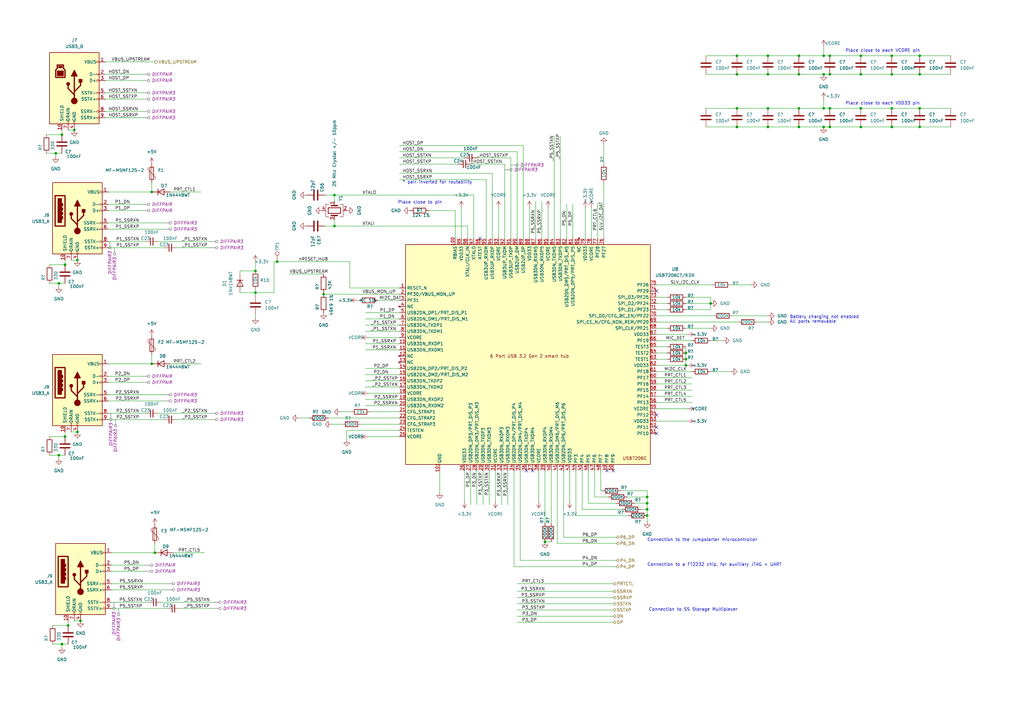
<source format=kicad_sch>
(kicad_sch (version 20230121) (generator eeschema)
  (paper "A3")
  (junction (at 337.82 22.86))
  (junction (at 353.06 22.86))
  (junction (at 377.19 44.45))
  (junction (at 327.66 44.45))
  (junction (at 33.02 254.635))
  (junction (at 25.4 264.16))
  (junction (at 377.19 22.86))
  (junction (at 340.36 44.45))
  (junction (at 377.19 52.07))
  (junction (at 63.5 226.695))
  (junction (at 340.36 22.86))
  (junction (at 265.43 206.375))
  (junction (at 353.06 30.48))
  (junction (at 265.43 208.915))
  (junction (at 281.305 147.32))
  (junction (at 24.13 186.69))
  (junction (at 26.67 179.07))
  (junction (at 265.43 203.835))
  (junction (at 132.715 120.65))
  (junction (at 353.06 44.45))
  (junction (at 302.26 30.48))
  (junction (at 26.67 108.585))
  (junction (at 302.26 52.07))
  (junction (at 291.465 124.46))
  (junction (at 31.75 106.68))
  (junction (at 104.775 111.125))
  (junction (at 327.66 52.07))
  (junction (at 27.94 256.54))
  (junction (at 314.96 52.07))
  (junction (at 314.96 44.45))
  (junction (at 22.86 62.865))
  (junction (at 137.16 92.71))
  (junction (at 265.43 211.455))
  (junction (at 25.4 55.245))
  (junction (at 365.76 30.48))
  (junction (at 365.76 44.45))
  (junction (at 314.96 30.48))
  (junction (at 113.665 107.315))
  (junction (at 62.23 78.74))
  (junction (at 302.26 44.45))
  (junction (at 24.13 116.205))
  (junction (at 314.96 22.86))
  (junction (at 365.76 22.86))
  (junction (at 223.52 222.25))
  (junction (at 337.82 30.48))
  (junction (at 327.66 30.48))
  (junction (at 104.775 120.015))
  (junction (at 340.36 52.07))
  (junction (at 137.16 80.01))
  (junction (at 365.76 52.07))
  (junction (at 281.305 144.78))
  (junction (at 327.66 22.86))
  (junction (at 337.82 52.07))
  (junction (at 30.48 53.34))
  (junction (at 337.82 44.45))
  (junction (at 340.36 30.48))
  (junction (at 31.75 177.165))
  (junction (at 281.305 149.86))
  (junction (at 62.23 149.225))
  (junction (at 377.19 30.48))
  (junction (at 353.06 52.07))
  (junction (at 302.26 22.86))
  (no_connect (at 269.24 175.26))
  (no_connect (at 269.24 119.38))
  (no_connect (at 218.44 193.04))
  (no_connect (at 196.85 97.79))
  (no_connect (at 269.24 170.18))
  (no_connect (at 269.24 177.8))
  (no_connect (at 248.92 193.04))
  (no_connect (at 251.46 193.04))
  (no_connect (at 215.9 193.04))
  (wire (pts (xy 19.05 62.865) (xy 22.86 62.865)))
  (wire (pts (xy 21.59 264.16) (xy 25.4 264.16)))
  (wire (pts (xy 43.18 40.64) (xy 58.42 40.64)))
  (wire (pts (xy 98.425 111.125) (xy 98.425 112.395)))
  (wire (pts (xy 212.09 250.19) (xy 251.46 250.19)))
  (wire (pts (xy 180.34 193.04) (xy 180.34 201.93)))
  (wire (pts (xy 193.04 67.31) (xy 207.01 67.31)))
  (wire (pts (xy 247.015 201.295) (xy 246.38 201.295)))
  (wire (pts (xy 204.47 85.09) (xy 204.47 97.79)))
  (wire (pts (xy 231.14 220.345) (xy 252.73 220.345)))
  (wire (pts (xy 245.11 97.79) (xy 245.11 83.185)))
  (wire (pts (xy 59.69 234.315) (xy 45.72 234.315)))
  (wire (pts (xy 20.32 179.07) (xy 26.67 179.07)))
  (wire (pts (xy 220.98 205.74) (xy 220.98 193.04)))
  (wire (pts (xy 191.77 97.79) (xy 191.77 92.71)))
  (wire (pts (xy 72.39 172.085) (xy 86.36 172.085)))
  (wire (pts (xy 25.4 264.16) (xy 25.4 265.43)))
  (wire (pts (xy 163.83 176.53) (xy 142.24 176.53)))
  (wire (pts (xy 163.83 67.31) (xy 187.96 67.31)))
  (wire (pts (xy 163.83 166.37) (xy 149.86 166.37)))
  (wire (pts (xy 365.76 44.45) (xy 377.19 44.45)))
  (wire (pts (xy 43.18 45.72) (xy 58.42 45.72)))
  (wire (pts (xy 314.96 52.07) (xy 327.66 52.07)))
  (wire (pts (xy 151.765 168.91) (xy 163.83 168.91)))
  (wire (pts (xy 163.83 62.23) (xy 212.09 62.23)))
  (wire (pts (xy 20.32 186.69) (xy 24.13 186.69)))
  (wire (pts (xy 58.42 83.82) (xy 44.45 83.82)))
  (wire (pts (xy 58.42 86.36) (xy 44.45 86.36)))
  (wire (pts (xy 175.895 86.36) (xy 186.69 86.36)))
  (wire (pts (xy 281.94 149.86) (xy 281.305 149.86)))
  (wire (pts (xy 163.83 133.35) (xy 149.86 133.35)))
  (wire (pts (xy 33.02 254.635) (xy 30.48 254.635)))
  (wire (pts (xy 207.01 97.79) (xy 207.01 67.31)))
  (wire (pts (xy 269.24 144.78) (xy 273.685 144.78)))
  (wire (pts (xy 27.94 53.34) (xy 30.48 53.34)))
  (wire (pts (xy 163.83 118.11) (xy 143.51 118.11)))
  (wire (pts (xy 247.65 97.79) (xy 247.65 74.93)))
  (wire (pts (xy 69.85 78.74) (xy 82.55 78.74)))
  (wire (pts (xy 212.09 97.79) (xy 212.09 62.23)))
  (wire (pts (xy 195.58 64.77) (xy 209.55 64.77)))
  (wire (pts (xy 112.395 120.015) (xy 112.395 107.315)))
  (wire (pts (xy 98.425 120.015) (xy 104.775 120.015)))
  (wire (pts (xy 20.32 108.585) (xy 26.67 108.585)))
  (wire (pts (xy 365.76 52.07) (xy 377.19 52.07)))
  (wire (pts (xy 246.38 201.295) (xy 246.38 193.04)))
  (wire (pts (xy 104.775 128.905) (xy 104.775 130.175)))
  (wire (pts (xy 217.17 85.09) (xy 217.17 97.79)))
  (wire (pts (xy 67.31 91.44) (xy 44.45 91.44)))
  (wire (pts (xy 44.45 78.74) (xy 62.23 78.74)))
  (wire (pts (xy 60.96 247.015) (xy 45.72 247.015)))
  (wire (pts (xy 365.76 22.86) (xy 377.19 22.86)))
  (wire (pts (xy 257.175 203.835) (xy 265.43 203.835)))
  (wire (pts (xy 25.4 264.16) (xy 27.94 264.16)))
  (wire (pts (xy 163.83 140.97) (xy 149.86 140.97)))
  (wire (pts (xy 233.68 205.74) (xy 233.68 193.04)))
  (wire (pts (xy 208.28 207.01) (xy 208.28 193.04)))
  (wire (pts (xy 340.36 52.07) (xy 353.06 52.07)))
  (wire (pts (xy 210.82 193.04) (xy 210.82 232.41)))
  (wire (pts (xy 163.83 64.77) (xy 190.5 64.77)))
  (wire (pts (xy 201.93 97.79) (xy 201.93 71.12)))
  (wire (pts (xy 269.24 160.02) (xy 283.845 160.02)))
  (wire (pts (xy 269.24 154.94) (xy 283.845 154.94)))
  (wire (pts (xy 281.305 127) (xy 291.465 127)))
  (wire (pts (xy 241.3 193.04) (xy 241.3 206.375)))
  (wire (pts (xy 212.09 239.395) (xy 251.46 239.395)))
  (wire (pts (xy 142.24 176.53) (xy 142.24 180.34)))
  (wire (pts (xy 337.82 52.07) (xy 340.36 52.07)))
  (wire (pts (xy 27.94 254.635) (xy 27.94 256.54)))
  (wire (pts (xy 146.685 123.19) (xy 147.32 123.19)))
  (wire (pts (xy 163.83 158.75) (xy 149.86 158.75)))
  (wire (pts (xy 43.18 30.48) (xy 58.42 30.48)))
  (wire (pts (xy 302.26 52.07) (xy 314.96 52.07)))
  (wire (pts (xy 67.31 161.925) (xy 44.45 161.925)))
  (wire (pts (xy 236.22 193.04) (xy 236.22 211.455)))
  (wire (pts (xy 67.31 93.98) (xy 44.45 93.98)))
  (wire (pts (xy 300.355 129.54) (xy 314.96 129.54)))
  (wire (pts (xy 281.305 142.24) (xy 281.305 144.78)))
  (wire (pts (xy 163.83 130.81) (xy 149.86 130.81)))
  (wire (pts (xy 269.24 162.56) (xy 283.845 162.56)))
  (wire (pts (xy 269.24 139.7) (xy 283.845 139.7)))
  (wire (pts (xy 113.665 107.315) (xy 143.51 107.315)))
  (wire (pts (xy 137.16 80.01) (xy 194.31 80.01)))
  (wire (pts (xy 163.83 153.67) (xy 149.86 153.67)))
  (wire (pts (xy 377.19 44.45) (xy 389.89 44.45)))
  (wire (pts (xy 62.23 149.225) (xy 62.23 145.415)))
  (wire (pts (xy 43.18 33.02) (xy 58.42 33.02)))
  (wire (pts (xy 190.5 205.74) (xy 190.5 193.04)))
  (wire (pts (xy 289.56 30.48) (xy 302.26 30.48)))
  (wire (pts (xy 62.23 78.74) (xy 62.23 74.93)))
  (wire (pts (xy 281.305 134.62) (xy 291.465 134.62)))
  (wire (pts (xy 243.84 203.835) (xy 249.555 203.835)))
  (wire (pts (xy 242.57 85.09) (xy 242.57 97.79)))
  (wire (pts (xy 193.04 207.01) (xy 193.04 193.04)))
  (wire (pts (xy 66.04 247.015) (xy 87.63 247.015)))
  (wire (pts (xy 203.2 205.74) (xy 203.2 193.04)))
  (wire (pts (xy 281.305 144.78) (xy 281.305 147.32)))
  (wire (pts (xy 163.83 163.83) (xy 149.86 163.83)))
  (wire (pts (xy 219.71 82.55) (xy 219.71 97.79)))
  (wire (pts (xy 228.6 193.04) (xy 228.6 222.885)))
  (wire (pts (xy 151.13 179.07) (xy 163.83 179.07)))
  (wire (pts (xy 68.58 249.555) (xy 45.72 249.555)))
  (wire (pts (xy 186.69 86.36) (xy 186.69 97.79)))
  (wire (pts (xy 59.69 231.775) (xy 45.72 231.775)))
  (wire (pts (xy 377.19 52.07) (xy 389.89 52.07)))
  (wire (pts (xy 310.515 132.08) (xy 314.96 132.08)))
  (wire (pts (xy 262.89 208.915) (xy 265.43 208.915)))
  (wire (pts (xy 265.43 211.455) (xy 265.43 213.995)))
  (wire (pts (xy 137.16 92.71) (xy 191.77 92.71)))
  (wire (pts (xy 254.635 201.295) (xy 265.43 201.295)))
  (wire (pts (xy 31.75 177.165) (xy 29.21 177.165)))
  (wire (pts (xy 22.86 62.865) (xy 22.86 64.135)))
  (wire (pts (xy 210.82 232.41) (xy 252.73 232.41)))
  (wire (pts (xy 20.32 116.205) (xy 24.13 116.205)))
  (wire (pts (xy 340.36 30.48) (xy 353.06 30.48)))
  (wire (pts (xy 299.72 152.4) (xy 291.465 152.4)))
  (wire (pts (xy 234.95 97.79) (xy 234.95 83.82)))
  (wire (pts (xy 327.66 52.07) (xy 337.82 52.07)))
  (wire (pts (xy 289.56 52.07) (xy 302.26 52.07)))
  (wire (pts (xy 229.87 55.88) (xy 229.87 97.79)))
  (wire (pts (xy 314.96 22.86) (xy 327.66 22.86)))
  (wire (pts (xy 302.26 44.45) (xy 314.96 44.45)))
  (wire (pts (xy 327.66 30.48) (xy 337.82 30.48)))
  (wire (pts (xy 58.42 154.305) (xy 44.45 154.305)))
  (wire (pts (xy 222.25 82.55) (xy 222.25 97.79)))
  (wire (pts (xy 265.43 208.915) (xy 265.43 211.455)))
  (wire (pts (xy 213.36 229.87) (xy 252.73 229.87)))
  (wire (pts (xy 226.06 193.04) (xy 226.06 214.63)))
  (wire (pts (xy 134.62 171.45) (xy 163.83 171.45)))
  (wire (pts (xy 247.65 59.055) (xy 247.65 67.31)))
  (wire (pts (xy 340.36 22.86) (xy 353.06 22.86)))
  (wire (pts (xy 137.16 92.71) (xy 133.35 92.71)))
  (wire (pts (xy 340.36 44.45) (xy 353.06 44.45)))
  (wire (pts (xy 353.06 52.07) (xy 365.76 52.07)))
  (wire (pts (xy 22.86 62.865) (xy 25.4 62.865)))
  (wire (pts (xy 337.82 30.48) (xy 340.36 30.48)))
  (wire (pts (xy 72.39 101.6) (xy 86.36 101.6)))
  (wire (pts (xy 269.24 124.46) (xy 273.685 124.46)))
  (wire (pts (xy 291.465 124.46) (xy 291.465 127)))
  (wire (pts (xy 265.43 206.375) (xy 265.43 208.915)))
  (wire (pts (xy 163.83 143.51) (xy 149.86 143.51)))
  (wire (pts (xy 265.43 201.295) (xy 265.43 203.835)))
  (wire (pts (xy 19.05 55.245) (xy 25.4 55.245)))
  (wire (pts (xy 163.83 128.27) (xy 149.86 128.27)))
  (wire (pts (xy 212.09 245.11) (xy 251.46 245.11)))
  (wire (pts (xy 143.51 107.315) (xy 143.51 118.11)))
  (wire (pts (xy 59.69 169.545) (xy 44.45 169.545)))
  (wire (pts (xy 296.545 139.7) (xy 291.465 139.7)))
  (wire (pts (xy 281.305 147.32) (xy 281.305 149.86)))
  (wire (pts (xy 265.43 203.835) (xy 265.43 206.375)))
  (wire (pts (xy 314.96 30.48) (xy 327.66 30.48)))
  (wire (pts (xy 64.77 99.06) (xy 86.36 99.06)))
  (wire (pts (xy 43.18 38.1) (xy 58.42 38.1)))
  (wire (pts (xy 212.09 242.57) (xy 251.46 242.57)))
  (wire (pts (xy 337.82 22.86) (xy 340.36 22.86)))
  (wire (pts (xy 213.36 193.04) (xy 213.36 229.87)))
  (wire (pts (xy 118.745 112.395) (xy 132.715 112.395)))
  (wire (pts (xy 31.75 106.68) (xy 29.21 106.68)))
  (wire (pts (xy 144.145 168.91) (xy 139.7 168.91)))
  (wire (pts (xy 24.13 116.205) (xy 24.13 117.475)))
  (wire (pts (xy 147.955 173.99) (xy 163.83 173.99)))
  (wire (pts (xy 132.715 120.65) (xy 163.83 120.65)))
  (wire (pts (xy 151.13 138.43) (xy 163.83 138.43)))
  (wire (pts (xy 269.24 127) (xy 273.685 127)))
  (wire (pts (xy 281.305 124.46) (xy 291.465 124.46)))
  (wire (pts (xy 44.45 149.225) (xy 62.23 149.225)))
  (wire (pts (xy 199.39 97.79) (xy 199.39 73.66)))
  (wire (pts (xy 71.12 226.695) (xy 83.82 226.695)))
  (wire (pts (xy 25.4 53.34) (xy 25.4 55.245)))
  (wire (pts (xy 26.67 106.68) (xy 26.67 108.585)))
  (wire (pts (xy 307.975 116.84) (xy 299.72 116.84)))
  (wire (pts (xy 112.395 107.315) (xy 113.665 107.315)))
  (wire (pts (xy 337.82 40.64) (xy 337.82 44.45)))
  (wire (pts (xy 269.24 165.1) (xy 283.845 165.1)))
  (wire (pts (xy 154.94 123.19) (xy 163.83 123.19)))
  (wire (pts (xy 365.76 30.48) (xy 377.19 30.48)))
  (wire (pts (xy 200.66 207.01) (xy 200.66 193.04)))
  (wire (pts (xy 209.55 97.79) (xy 209.55 64.77)))
  (wire (pts (xy 281.94 137.16) (xy 269.24 137.16)))
  (wire (pts (xy 223.52 222.25) (xy 226.06 222.25)))
  (wire (pts (xy 269.24 152.4) (xy 283.845 152.4)))
  (wire (pts (xy 43.18 25.4) (xy 63.5 25.4)))
  (wire (pts (xy 45.72 226.695) (xy 63.5 226.695)))
  (wire (pts (xy 24.13 186.69) (xy 26.67 186.69)))
  (wire (pts (xy 353.06 22.86) (xy 365.76 22.86)))
  (wire (pts (xy 260.35 206.375) (xy 265.43 206.375)))
  (wire (pts (xy 302.26 22.86) (xy 314.96 22.86)))
  (wire (pts (xy 67.31 172.085) (xy 44.45 172.085)))
  (wire (pts (xy 243.84 193.04) (xy 243.84 203.835)))
  (wire (pts (xy 212.09 255.27) (xy 251.46 255.27)))
  (wire (pts (xy 73.66 249.555) (xy 87.63 249.555)))
  (wire (pts (xy 63.5 226.695) (xy 63.5 222.885)))
  (wire (pts (xy 214.63 97.79) (xy 214.63 59.69)))
  (wire (pts (xy 240.03 85.09) (xy 240.03 97.79)))
  (wire (pts (xy 163.83 151.13) (xy 149.86 151.13)))
  (wire (pts (xy 151.13 161.29) (xy 163.83 161.29)))
  (wire (pts (xy 327.66 22.86) (xy 337.82 22.86)))
  (wire (pts (xy 205.74 207.01) (xy 205.74 193.04)))
  (wire (pts (xy 194.31 80.01) (xy 194.31 97.79)))
  (wire (pts (xy 140.335 173.99) (xy 135.89 173.99)))
  (wire (pts (xy 327.66 44.45) (xy 337.82 44.45)))
  (wire (pts (xy 228.6 222.885) (xy 252.73 222.885)))
  (wire (pts (xy 104.775 118.745) (xy 104.775 120.015)))
  (wire (pts (xy 24.13 116.205) (xy 26.67 116.205)))
  (wire (pts (xy 377.19 30.48) (xy 389.89 30.48)))
  (wire (pts (xy 163.83 71.12) (xy 201.93 71.12)))
  (wire (pts (xy 212.09 247.65) (xy 251.46 247.65)))
  (wire (pts (xy 238.76 193.04) (xy 238.76 208.915)))
  (wire (pts (xy 269.24 129.54) (xy 292.735 129.54)))
  (wire (pts (xy 64.77 169.545) (xy 86.36 169.545)))
  (wire (pts (xy 133.35 80.01) (xy 137.16 80.01)))
  (wire (pts (xy 269.24 157.48) (xy 283.845 157.48)))
  (wire (pts (xy 269.24 116.84) (xy 292.1 116.84)))
  (wire (pts (xy 353.06 44.45) (xy 365.76 44.45)))
  (wire (pts (xy 269.24 132.08) (xy 302.895 132.08)))
  (wire (pts (xy 289.56 44.45) (xy 302.26 44.45)))
  (wire (pts (xy 58.42 156.845) (xy 44.45 156.845)))
  (wire (pts (xy 281.94 167.64) (xy 269.24 167.64)))
  (wire (pts (xy 127 171.45) (xy 122.555 171.45)))
  (wire (pts (xy 163.83 156.21) (xy 149.86 156.21)))
  (wire (pts (xy 163.83 135.89) (xy 149.86 135.89)))
  (wire (pts (xy 269.24 121.92) (xy 273.685 121.92)))
  (wire (pts (xy 227.33 55.88) (xy 227.33 97.79)))
  (wire (pts (xy 281.94 172.72) (xy 269.24 172.72)))
  (wire (pts (xy 195.58 207.01) (xy 195.58 193.04)))
  (wire (pts (xy 236.22 211.455) (xy 257.81 211.455)))
  (wire (pts (xy 337.82 19.05) (xy 337.82 22.86)))
  (wire (pts (xy 241.3 206.375) (xy 252.73 206.375)))
  (wire (pts (xy 281.305 149.86) (xy 269.24 149.86)))
  (wire (pts (xy 269.24 142.24) (xy 273.685 142.24)))
  (wire (pts (xy 224.79 85.09) (xy 224.79 97.79)))
  (wire (pts (xy 314.96 44.45) (xy 327.66 44.45)))
  (wire (pts (xy 337.82 44.45) (xy 340.36 44.45)))
  (wire (pts (xy 132.715 120.015) (xy 132.715 120.65)))
  (wire (pts (xy 69.85 149.225) (xy 82.55 149.225)))
  (wire (pts (xy 291.465 121.92) (xy 291.465 124.46)))
  (wire (pts (xy 232.41 97.79) (xy 232.41 83.82)))
  (wire (pts (xy 223.52 214.63) (xy 223.52 193.04)))
  (wire (pts (xy 238.76 208.915) (xy 255.27 208.915)))
  (wire (pts (xy 104.775 120.015) (xy 112.395 120.015)))
  (wire (pts (xy 24.13 186.69) (xy 24.13 187.96)))
  (wire (pts (xy 377.19 22.86) (xy 389.89 22.86)))
  (wire (pts (xy 281.305 121.92) (xy 291.465 121.92)))
  (wire (pts (xy 231.14 193.04) (xy 231.14 220.345)))
  (wire (pts (xy 137.16 90.17) (xy 137.16 92.71)))
  (wire (pts (xy 104.775 107.315) (xy 104.775 111.125)))
  (wire (pts (xy 353.06 30.48) (xy 365.76 30.48)))
  (wire (pts (xy 67.31 164.465) (xy 44.45 164.465)))
  (wire (pts (xy 269.24 134.62) (xy 273.685 134.62)))
  (wire (pts (xy 26.67 177.165) (xy 26.67 179.07)))
  (wire (pts (xy 98.425 111.125) (xy 104.775 111.125)))
  (wire (pts (xy 68.58 241.935) (xy 45.72 241.935)))
  (wire (pts (xy 189.23 85.09) (xy 189.23 97.79)))
  (wire (pts (xy 67.31 101.6) (xy 44.45 101.6)))
  (wire (pts (xy 163.83 59.69) (xy 214.63 59.69)))
  (wire (pts (xy 43.18 48.26) (xy 58.42 48.26)))
  (wire (pts (xy 104.775 120.015) (xy 104.775 121.285)))
  (wire (pts (xy 163.83 73.66) (xy 199.39 73.66)))
  (wire (pts (xy 137.16 80.01) (xy 137.16 82.55)))
  (wire (pts (xy 289.56 22.86) (xy 302.26 22.86)))
  (wire (pts (xy 302.26 30.48) (xy 314.96 30.48)))
  (wire (pts (xy 269.24 147.32) (xy 273.685 147.32)))
  (wire (pts (xy 59.69 99.06) (xy 44.45 99.06)))
  (wire (pts (xy 68.58 239.395) (xy 45.72 239.395)))
  (wire (pts (xy 198.12 207.01) (xy 198.12 193.04)))
  (wire (pts (xy 212.09 252.73) (xy 251.46 252.73)))
  (wire (pts (xy 21.59 256.54) (xy 27.94 256.54)))
  (text "Place close to each VCORE pin\n" (at 346.71 21.59 0) (effects (font (size 1.27 1.27)) (justify left bottom)))
  (text "Place close to pin\n" (at 163.195 83.82 0) (effects (font (size 1.27 1.27)) (justify left bottom)))
  (text "* pair inverted for routability" (at 165.1 75.565 0) (effects (font (size 1.27 1.27)) (justify left bottom)))
  (text "Place close to each VDD33 pin\n" (at 346.71 43.18 0) (effects (font (size 1.27 1.27)) (justify left bottom)))
  (text "Connection to SS Storage Multiplexer" (at 266.065 250.825 0) (effects (font (size 1.27 1.27)) (justify left bottom)))
  (text "Battery charging not enabled" (at 323.85 130.81 0) (effects (font (size 1.27 1.27)) (justify left bottom)))
  (text "Connection to the Jumpstarter microcontroller\n" (at 265.43 222.25 0) (effects (font (size 1.27 1.27)) (justify left bottom)))
  (text "Connection to a FT2232 chip, for auxiliary JTAG + UART" (at 265.43 232.41 0) (effects (font (size 1.27 1.27)) (justify left bottom)))
  (text "All ports removable" (at 323.85 132.715 0) (effects (font (size 1.27 1.27)) (justify left bottom)))
  (label "HOST_DN" (at 44.45 30.48 0))
  (label "P5_SSRXN" (at 219.71 95.885 90))
  (label "P2_DN" (at 53.34 154.305 180))
  (label "PRT_CTL2" (at 71.12 149.225 0))
  (label "_P1_SSTXP" (at 85.09 101.6 180))
  (label "P3_SSRXN" (at 208.28 193.675 270))
  (label "HOST_DP" (at 44.45 33.02 0))
  (label "P1_SSRXP" (at 162.56 140.97 180))
  (label "P3_DN" (at 220.345 252.73 180))
  (label "HOST_SSTXN" (at 165.1 64.77 0))
  (label "P2_SSRXN" (at 163.195 166.37 180))
  (label "P1_SSRXN" (at 162.56 143.51 180))
  (label "_P1_SSTXN" (at 162.56 135.89 180))
  (label "_P5_SSTXN" (at 75.565 247.015 0))
  (label "PRT_CTL1" (at 272.415 154.94 0))
  (label "PRT_CTL3" (at 272.415 160.02 0))
  (label "HOST_SSTXP" (at 165.1 67.31 0))
  (label "P5_DP" (at 50.8 234.315 0))
  (label "XTALI" (at 148.59 92.71 0))
  (label "HOST_SSTXN" (at 44.45 38.1 0))
  (label "SLV_I2C_DAT" (at 247.65 94.615 90))
  (label "_P5_SSTXP" (at 229.87 65.405 90))
  (label "P2_SSRXN" (at 57.15 161.925 180))
  (label "HOST_SSRXP" (at 44.45 48.26 0))
  (label "VBUS_MON_UP" (at 148.59 120.65 0))
  (label "MI2C_DAT" (at 155.575 123.19 0))
  (label "PRT_CTL6" (at 245.11 94.615 90))
  (label "P3_DP" (at 213.995 255.27 0))
  (label "P3_SSRXN" (at 223.52 242.57 180))
  (label "P3_DN" (at 195.58 193.675 270))
  (label "P6_DP" (at 238.76 220.345 0))
  (label "P2_SSTXN" (at 57.15 169.545 180))
  (label "VBUS_UPSTREAM" (at 45.72 25.4 0))
  (label "P3_DP" (at 193.04 193.675 270))
  (label "PRT_CTL3" (at 213.995 239.395 0))
  (label "P1_SSTXN" (at 57.15 99.06 180))
  (label "_HOST_SSTXP" (at 195.58 64.77 0))
  (label "_P2_SSTXP" (at 163.195 156.21 180))
  (label "P5_DN" (at 50.8 231.775 0))
  (label "P4_DP" (at 238.76 232.41 0))
  (label "HOST_DP" (at 165.1 59.69 0))
  (label "P1_SSTXP" (at 57.15 101.6 180))
  (label "P5_SSRXN" (at 48.895 239.395 0))
  (label "P4_DN" (at 238.76 229.87 0))
  (label "HOST_SSTXP" (at 44.45 40.64 0))
  (label "P3_SSTXN" (at 223.52 247.65 180))
  (label "MI2C_CLK" (at 272.415 152.4 0))
  (label "P6_DN" (at 238.76 222.885 0))
  (label "P1_SSRXN" (at 57.15 91.44 180))
  (label "P5_SSTXN" (at 58.42 247.015 180))
  (label "P5_SSTXP" (at 58.42 249.555 180))
  (label "_P2_SSTXN" (at 163.195 158.75 180))
  (label "PRT_CTL5" (at 272.415 165.1 0))
  (label "P5_SSRXP" (at 222.25 95.885 90))
  (label "HOST_SSRXN" (at 44.45 45.72 0))
  (label "P2_DN" (at 159.385 153.67 180))
  (label "SLV_I2C_CLK" (at 274.955 116.84 0))
  (label "HOST_DN" (at 165.1 62.23 0))
  (label "P1_DP" (at 53.34 86.36 180))
  (label "P3_SSRXP" (at 205.74 193.675 270))
  (label "P1_DN" (at 161.925 130.81 180))
  (label "P1_DN" (at 53.34 83.82 180))
  (label "P1_SSRXP" (at 57.15 93.98 180))
  (label "P2_SSRXP" (at 163.195 163.83 180))
  (label "PRT_CTL2" (at 272.415 157.48 0))
  (label "XTALO" (at 148.59 80.01 0))
  (label "P3_SSRXP" (at 223.52 245.11 180))
  (label "P2_DP" (at 53.34 156.845 180))
  (label "PRT_CTL5" (at 73.025 226.695 0))
  (label "_P2_SSTXP" (at 85.09 172.085 180))
  (label "P5_SSRXP" (at 48.895 241.935 0))
  (label "P3_SSTXN" (at 200.66 193.675 270))
  (label "_P5_SSTXP" (at 75.565 249.555 0))
  (label "P1_DP" (at 161.925 128.27 180))
  (label "_P1_SSTXP" (at 162.56 133.35 180))
  (label "HOST_SSRXN" (at 165.1 71.12 0))
  (label "VBUS_UPSTREAM" (at 118.745 112.395 0))
  (label "PRT_CTL1" (at 71.12 78.74 0))
  (label "PRT_CTL4" (at 272.415 162.56 0))
  (label "P2_SSTXP" (at 57.15 172.085 180))
  (label "_P5_SSTXN" (at 227.33 66.04 90))
  (label "_HOST_SSTXN" (at 193.04 67.31 0))
  (label "_P1_SSTXN" (at 85.09 99.06 180))
  (label "nRESET_HUB" (at 122.555 107.315 0))
  (label "P5_DN" (at 232.41 92.71 90))
  (label "MIC_DET" (at 273.05 139.7 0))
  (label "_P2_SSTXN" (at 85.09 169.545 180))
  (label "HOST_SSRXP" (at 165.1 73.66 0))
  (label "P3_SSTXP" (at 223.52 250.19 180))
  (label "P2_SSRXP" (at 57.15 164.465 180))
  (label "P5_DP" (at 234.95 92.71 90))
  (label "P3_SSTXP" (at 198.12 193.675 270))
  (label "P2_DP" (at 159.385 151.13 180))
  (hierarchical_label "PRTCTL" (shape bidirectional) (at 251.46 239.395 0))
  (hierarchical_label "P4_DN" (shape bidirectional) (at 252.73 229.87 0))
  (hierarchical_label "DP" (shape bidirectional) (at 251.46 255.27 0))
  (hierarchical_label "SSRXN" (shape bidirectional) (at 251.46 242.57 0))
  (hierarchical_label "VBUS_UPSTREAM" (shape output) (at 63.5 25.4 0))
  (hierarchical_label "SSTXP" (shape bidirectional) (at 251.46 250.19 0))
  (hierarchical_label "SSRXP" (shape bidirectional) (at 251.46 245.11 0))
  (hierarchical_label "P6_DN" (shape bidirectional) (at 252.73 222.885 0))
  (hierarchical_label "SSTXN" (shape bidirectional) (at 251.46 247.65 0))
  (hierarchical_label "DN" (shape bidirectional) (at 251.46 252.73 0))
  (hierarchical_label "P4_DP" (shape bidirectional) (at 252.73 232.41 0))
  (hierarchical_label "P6_DP" (shape bidirectional) (at 252.73 220.345 0))
  (netclass_flag "" (length 2.54) (shape round) (at 46.736 247.015 180) (property "Netclass" "DIFFPAIR3" (at 46.736 250.825 90) (effects (font italic) (justify right))))
  (netclass_flag "" (length 2.54) (shape round) (at 58.42 45.72 270) (property "Netclass" "DIFFPAIR3" (at 62.23 45.72 0) (effects (font italic) (justify left))))
  (netclass_flag "" (length 2.54) (shape round) (at 58.42 48.26 270) (property "Netclass" "DIFFPAIR3" (at 62.23 48.26 0) (effects (font italic) (justify left))))
  (netclass_flag "" (length 2.54) (shape round) (at 47.371 172.085 180) (property "Netclass" "DIFFPAIR3" (at 47.371 175.895 90) (effects (font italic) (justify right))))
  (netclass_flag "" (length 2.54) (shape round) (at 46.99 101.6 180) (property "Netclass" "DIFFPAIR3" (at 46.99 105.41 90) (effects (font italic) (justify right))))
  (netclass_flag "" (length 2.54) (shape round) (at 86.36 99.06 270) (property "Netclass" "DIFFPAIR3" (at 90.17 99.06 0) (effects (font italic) (justify left))))
  (netclass_flag "" (length 2.54) (shape round) (at 67.31 161.925 270) (property "Netclass" "DIFFPAIR3" (at 71.12 161.925 0) (effects (font italic) (justify left))))
  (netclass_flag "" (length 2.54) (shape round) (at 87.63 249.555 270) (property "Netclass" "DIFFPAIR3" (at 91.44 249.555 0) (effects (font italic) (justify left))))
  (netclass_flag "" (length 2.54) (shape round) (at 67.31 93.98 270) (property "Netclass" "DIFFPAIR3" (at 71.12 93.98 0) (effects (font italic) (justify left))))
  (netclass_flag "" (length 2.54) (shape round) (at 87.63 247.015 270) (property "Netclass" "DIFFPAIR3" (at 91.44 247.015 0) (effects (font italic) (justify left))))
  (netclass_flag "" (length 2.54) (shape round) (at 58.42 30.48 270) (property "Netclass" "DIFFPAIR" (at 62.23 30.48 0) (effects (font italic) (justify left))))
  (netclass_flag "" (length 2.54) (shape round) (at 209.55 67.691 270) (property "Netclass" "DIFFPAIR3" (at 213.36 67.691 0) (effects (font italic) (justify left))))
  (netclass_flag "" (length 2.54) (shape round) (at 67.31 91.44 270) (property "Netclass" "DIFFPAIR3" (at 71.12 91.44 0) (effects (font italic) (justify left))))
  (netclass_flag "" (length 2.54) (shape round) (at 58.42 33.02 270) (property "Netclass" "DIFFPAIR" (at 62.23 33.02 0) (effects (font italic) (justify left))))
  (netclass_flag "" (length 2.54) (shape round) (at 58.42 86.36 270) (property "Netclass" "DIFFPAIR" (at 62.23 86.36 0) (effects (font italic) (justify left))))
  (netclass_flag "" (length 2.54) (shape round) (at 58.42 83.82 270) (property "Netclass" "DIFFPAIR" (at 62.23 83.82 0) (effects (font italic) (justify left))))
  (netclass_flag "" (length 2.54) (shape round) (at 86.36 172.085 270) (property "Netclass" "DIFFPAIR3" (at 90.17 172.085 0) (effects (font italic) (justify left))))
  (netclass_flag "" (length 2.54) (shape round) (at 68.58 241.935 270) (property "Netclass" "DIFFPAIR3" (at 72.39 241.935 0) (effects (font italic) (justify left))))
  (netclass_flag "" (length 2.54) (shape round) (at 86.36 101.6 270) (property "Netclass" "DIFFPAIR3" (at 90.17 101.6 0) (effects (font italic) (justify left))))
  (netclass_flag "" (length 2.54) (shape round) (at 45.085 99.06 180) (property "Netclass" "DIFFPAIR3" (at 45.085 102.87 90) (effects (font italic) (justify right))))
  (netclass_flag "" (length 2.54) (shape round) (at 58.42 40.64 270) (property "Netclass" "DIFFPAIR3" (at 62.23 40.64 0) (effects (font italic) (justify left))))
  (netclass_flag "" (length 2.54) (shape round) (at 58.42 154.305 270) (property "Netclass" "DIFFPAIR" (at 62.23 154.305 0) (effects (font italic) (justify left))))
  (netclass_flag "" (length 2.54) (shape round) (at 59.69 231.775 270) (property "Netclass" "DIFFPAIR" (at 63.5 231.775 0) (effects (font italic) (justify left))))
  (netclass_flag "" (length 2.54) (shape round) (at 45.466 169.545 180) (property "Netclass" "DIFFPAIR3" (at 45.466 173.355 90) (effects (font italic) (justify right))))
  (netclass_flag "" (length 2.54) (shape round) (at 58.42 156.845 270) (property "Netclass" "DIFFPAIR" (at 62.23 156.845 0) (effects (font italic) (justify left))))
  (netclass_flag "" (length 2.54) (shape round) (at 207.01 69.596 270) (property "Netclass" "DIFFPAIR3" (at 210.82 69.596 0) (effects (font italic) (justify left))))
  (netclass_flag "" (length 2.54) (shape round) (at 86.36 169.545 270) (property "Netclass" "DIFFPAIR3" (at 90.17 169.545 0) (effects (font italic) (justify left))))
  (netclass_flag "" (length 2.54) (shape round) (at 48.641 249.555 180) (property "Netclass" "DIFFPAIR3" (at 48.641 253.365 90) (effects (font italic) (justify right))))
  (netclass_flag "" (length 2.54) (shape round) (at 59.69 234.315 270) (property "Netclass" "DIFFPAIR" (at 63.5 234.315 0) (effects (font italic) (justify left))))
  (netclass_flag "" (length 2.54) (shape round) (at 68.58 239.395 270) (property "Netclass" "DIFFPAIR3" (at 72.39 239.395 0) (effects (font italic) (justify left))))
  (netclass_flag "" (length 2.54) (shape round) (at 58.42 38.1 270) (property "Netclass" "DIFFPAIR3" (at 62.23 38.1 0) (effects (font italic) (justify left))))
  (netclass_flag "" (length 2.54) (shape round) (at 67.31 164.465 270) (property "Netclass" "DIFFPAIR3" (at 71.12 164.465 0) (effects (font italic) (justify left))))
  (symbol (lib_id "Device:C") (at 389.89 48.26 0) (unit 1)
    (property "Reference" "C?" (at 393.7 46.99 0) (effects (justify left)))
    (property "Value" "100nF" (at 393.7 49.53 0) (effects (justify left)))
    (property "Footprint" "Capacitor_SMD:C_0402_1005Metric" (effects hide))
    (property "MPN" "CL05B104K05NNNC" (effects hide))
    (property "MPN2" "TCC0402X7R104M160AT" (effects hide))
    (property "MFN" "CL10B104KB8NNNC" (effects hide))
    (instances (project "jumpstarter" (path "" (reference "C?") (unit 1)) (path "" (reference "C13") (unit 1)) (path "" (reference "C20") (unit 1)) (path "" (reference "C50") (unit 1))))
  )
  (symbol (lib_id "power:GND") (at 180.34 201.93 0) (unit 1)
    (property "Reference" "#PWR?" (effects hide))
    (property "Value" "GND" (at 180.34 207.01 0))
    (instances (project "jumpstarter" (path "" (reference "#PWR?") (unit 1)) (path "" (reference "#PWR01") (unit 1)) (path "" (reference "#PWR0124") (unit 1))))
  )
  (symbol (lib_id "Device:R") (at 277.495 134.62 90) (unit 1)
    (property "Reference" "R?" (at 283.21 133.985 90))
    (property "Value" "10k" (at 277.495 134.62 90))
    (property "Footprint" "Resistor_SMD:R_0402_1005Metric" (effects hide))
    (property "MFN" "RTT02103JTH" (effects hide))
    (property "MPN" "RTT02103JTH" (effects hide))
    (instances (project "jumpstarter" (path "" (reference "R?") (unit 1)) (path "" (reference "R4") (unit 1)) (path "" (reference "R39") (unit 1)) (path "" (reference "R33") (unit 1))))
  )
  (symbol (lib_id "Device:C") (at 129.54 92.71 90) (unit 1)
    (property "Reference" "C67" (at 130.81 96.52 0) (effects (justify right)))
    (property "Value" "12pF" (at 128.27 96.52 0) (effects (justify right)))
    (property "Footprint" "Capacitor_SMD:C_0402_1005Metric" (effects hide))
    (property "MFN" "CC0402JRNPO9BN120" (effects hide))
    (property "MPN" "CC0402JRNPO9BN120" (effects hide))
    (instances (project "jumpstarter" (path "" (reference "C67") (unit 1)) (path "" (reference "C69") (unit 1))))
  )
  (symbol (lib_id "Diode:1N4448WT") (at 66.04 78.74 0) (unit 1)
    (property "Reference" "D7" (at 67.31 76.2 0))
    (property "Value" "1N4448WT" (at 73.025 80.01 0))
    (property "Footprint" "Diode_SMD:D_SOD-523" (effects hide))
    (property "Datasheet" "http://www.mouser.com/ds/2/149/1N4148WT-461550.pdf" (effects hide))
    (property "Sim.Device" "D" (effects hide))
    (property "Sim.Pins" "1=K 2=A" (effects hide))
    (property "MPN" "1N4448WT" (effects hide))
    (property "Link" "https://www2.mouser.com/ProductDetail/onsemi-Fairchild/1N4448WT?qs=2%2FYqgE%252BHg%252BJEFyXf7B7EGw%3D%3D" (effects hide))
    (property "MFN" "1N4448WT" (effects hide))
  )
  (symbol (lib_id "Device:C") (at 377.19 26.67 0) (unit 1)
    (property "Reference" "C?" (at 381 25.4 0) (effects (justify left)))
    (property "Value" "100nF" (at 381 27.94 0) (effects (justify left)))
    (property "Footprint" "Capacitor_SMD:C_0402_1005Metric" (effects hide))
    (property "MPN" "CL05B104K05NNNC" (effects hide))
    (property "MPN2" "TCC0402X7R104M160AT" (effects hide))
    (property "MFN" "CL10B104KB8NNNC" (effects hide))
    (instances (project "jumpstarter" (path "" (reference "C?") (unit 1)) (path "" (reference "C13") (unit 1)) (path "" (reference "C20") (unit 1)) (path "" (reference "C38") (unit 1))))
  )
  (symbol (lib_id "power:GND") (at 135.89 173.99 270) (unit 1)
    (property "Reference" "#PWR?" (effects hide))
    (property "Value" "GND" (at 132.08 173.99 90) (effects (justify right)))
    (instances (project "jumpstarter" (path "" (reference "#PWR?") (unit 1)) (path "" (reference "#PWR03") (unit 1)) (path "" (reference "#PWR0215") (unit 1))))
  )
  (symbol (lib_id "POWER:VCORE") (at 220.98 205.74 180) (unit 1)
    (property "Reference" "#PWR0104" (effects hide))
    (property "Value" "VCORE" (at 220.98 210.82 0))
  )
  (symbol (lib_id "Connector:TestPoint") (at 113.665 107.315 0) (unit 1)
    (property "Reference" "TP1" (at 113.665 100.965 90))
    (property "Value" "TestPoint" (effects hide))
    (property "Footprint" "TestPoint:TestPoint_Pad_D1.0mm" (effects hide))
    (instances (project "jumpstarter" (path "" (reference "TP1") (unit 1)) (path "" (reference "TP12") (unit 1)) (path "" (reference "TP14") (unit 1))))
  )
  (symbol (lib_id "Device:C") (at 26.67 112.395 0) (unit 1)
    (property "Reference" "C?" (at 27.94 115.57 0) (effects (justify left)))
    (property "Value" "100nF" (at 28.575 117.475 0) (effects (justify left)))
    (property "Footprint" "Capacitor_SMD:C_0402_1005Metric" (effects hide))
    (property "MPN" "CL05B104K05NNNC" (effects hide))
    (property "MPN2" "TCC0402X7R104M160AT" (effects hide))
    (property "MFN" "CL10B104KB8NNNC" (effects hide))
    (instances (project "jumpstarter" (path "" (reference "C?") (unit 1)) (path "" (reference "C13") (unit 1)) (path "" (reference "C20") (unit 1)) (path "" (reference "C103") (unit 1))))
  )
  (symbol (lib_id "Device:C") (at 353.06 48.26 0) (unit 1)
    (property "Reference" "C?" (at 356.87 46.99 0) (effects (justify left)))
    (property "Value" "100nF" (at 356.87 49.53 0) (effects (justify left)))
    (property "Footprint" "Capacitor_SMD:C_0402_1005Metric" (effects hide))
    (property "MPN" "CL05B104K05NNNC" (effects hide))
    (property "MPN2" "TCC0402X7R104M160AT" (effects hide))
    (property "MFN" "CL10B104KB8NNNC" (effects hide))
    (instances (project "jumpstarter" (path "" (reference "C?") (unit 1)) (path "" (reference "C13") (unit 1)) (path "" (reference "C20") (unit 1)) (path "" (reference "C47") (unit 1))))
  )
  (symbol (lib_id "Device:R") (at 104.775 114.935 180) (unit 1)
    (property "Reference" "R10" (at 108.585 114.935 0))
    (property "Value" "10k" (at 104.775 114.935 90))
    (property "Footprint" "Resistor_SMD:R_0402_1005Metric" (effects hide))
    (property "MFN" "RTT02103JTH" (effects hide))
    (property "MPN" "RTT02103JTH" (effects hide))
    (instances (project "jumpstarter" (path "" (reference "R10") (unit 1)) (path "" (reference "R67") (unit 1))))
  )
  (symbol (lib_id "Device:C_Small") (at 71.12 249.555 90) (unit 1)
    (property "Reference" "C23" (at 68.58 248.285 90))
    (property "Value" "100nF" (at 71.12 245.745 90))
    (property "Footprint" "Capacitor_SMD:C_0402_1005Metric" (effects hide))
    (property "MPN" "CL05B104K05NNNC" (effects hide))
    (property "MPN2" "TCC0402X7R104M160AT" (effects hide))
    (property "MFN" "CL10B104KB8NNNC" (effects hide))
    (instances (project "jumpstarter" (path "" (reference "C23") (unit 1)) (path "" (reference "C58") (unit 1))))
  )
  (symbol (lib_id "power:+3.3V") (at 240.03 85.09 0) (unit 1)
    (property "Reference" "#PWR013" (effects hide))
    (property "Value" "+3.3V" (at 240.03 80.01 90))
    (instances (project "jumpstarter" (path "" (reference "#PWR013") (unit 1)) (path "" (reference "#PWR0110") (unit 1))))
  )
  (symbol (lib_id "Diode:1N4448WT") (at 67.31 226.695 0) (unit 1)
    (property "Reference" "D9" (at 67.945 224.155 0))
    (property "Value" "1N4448WT" (at 74.295 227.965 0))
    (property "Footprint" "Diode_SMD:D_SOD-523" (effects hide))
    (property "Datasheet" "http://www.mouser.com/ds/2/149/1N4148WT-461550.pdf" (effects hide))
    (property "Sim.Device" "D" (effects hide))
    (property "Sim.Pins" "1=K 2=A" (effects hide))
    (property "Link" "https://www2.mouser.com/ProductDetail/onsemi-Fairchild/1N4448WT?qs=2%2FYqgE%252BHg%252BJEFyXf7B7EGw%3D%3D" (effects hide))
    (property "MFN" "1N4448WT" (effects hide))
    (property "MPN" "1N4448WT" (effects hide))
  )
  (symbol (lib_id "power:+3.3V") (at 337.82 40.64 0) (unit 1)
    (property "Reference" "#PWR013" (effects hide))
    (property "Value" "+3.3V" (at 341.63 39.37 0))
    (instances (project "jumpstarter" (path "" (reference "#PWR013") (unit 1)) (path "" (reference "#PWR0116") (unit 1))))
  )
  (symbol (lib_id "Device:C_Small") (at 63.5 247.015 90) (unit 1)
    (property "Reference" "C23" (at 60.96 245.745 90))
    (property "Value" "100nF" (at 63.5 243.205 90))
    (property "Footprint" "Capacitor_SMD:C_0402_1005Metric" (effects hide))
    (property "MPN" "CL05B104K05NNNC" (effects hide))
    (property "MPN2" "TCC0402X7R104M160AT" (effects hide))
    (property "MFN" "CL10B104KB8NNNC" (effects hide))
    (instances (project "jumpstarter" (path "" (reference "C23") (unit 1)) (path "" (reference "C57") (unit 1))))
  )
  (symbol (lib_id "power:GND") (at 337.82 30.48 0) (unit 1)
    (property "Reference" "#PWR?" (effects hide))
    (property "Value" "GND" (at 337.82 35.56 0))
    (instances (project "jumpstarter" (path "" (reference "#PWR?") (unit 1)) (path "" (reference "#PWR03") (unit 1)) (path "" (reference "#PWR0108") (unit 1))))
  )
  (symbol (lib_id "power:GND") (at 296.545 139.7 90) (unit 1)
    (property "Reference" "#PWR?" (effects hide))
    (property "Value" "GND" (at 300.355 139.7 90) (effects (justify right)))
    (instances (project "jumpstarter" (path "" (reference "#PWR?") (unit 1)) (path "" (reference "#PWR03") (unit 1)) (path "" (reference "#PWR0218") (unit 1))))
  )
  (symbol (lib_id "power:GND") (at 307.975 116.84 90) (unit 1)
    (property "Reference" "#PWR?" (effects hide))
    (property "Value" "GND" (at 311.785 116.84 90) (effects (justify right)))
    (instances (project "jumpstarter" (path "" (reference "#PWR?") (unit 1)) (path "" (reference "#PWR03") (unit 1)) (path "" (reference "#PWR0219") (unit 1))))
  )
  (symbol (lib_id "power:GND") (at 142.24 180.34 0) (unit 1)
    (property "Reference" "#PWR?" (effects hide))
    (property "Value" "GND" (at 142.24 185.42 0))
    (instances (project "jumpstarter" (path "" (reference "#PWR?") (unit 1)) (path "" (reference "#PWR01") (unit 1)) (path "" (reference "#PWR0212") (unit 1))))
  )
  (symbol (lib_id "Device:C_Small") (at 190.5 67.31 90) (unit 1)
    (property "Reference" "C24" (at 187.96 66.04 90))
    (property "Value" "100nF" (at 194.31 68.58 90))
    (property "Footprint" "Capacitor_SMD:C_0402_1005Metric" (effects hide))
    (property "MPN" "CL05B104K05NNNC" (effects hide))
    (property "MPN2" "TCC0402X7R104M160AT" (effects hide))
    (property "MFN" "CL10B104KB8NNNC" (effects hide))
    (instances (project "jumpstarter" (path "" (reference "C24") (unit 1)) (path "" (reference "C51") (unit 1))))
  )
  (symbol (lib_id "Device:C") (at 104.775 125.095 180) (unit 1)
    (property "Reference" "C7" (at 108.585 123.825 0) (effects (justify right)))
    (property "Value" "100nF" (at 108.585 126.365 0) (effects (justify right)))
    (property "Footprint" "Capacitor_SMD:C_0402_1005Metric" (effects hide))
    (property "MPN" "CL05B104K05NNNC" (effects hide))
    (property "MPN2" "TCC0402X7R104M160AT" (effects hide))
    (property "MFN" "CL10B104KB8NNNC" (effects hide))
    (instances (project "jumpstarter" (path "" (reference "C7") (unit 1)) (path "" (reference "C102") (unit 1))))
  )
  (symbol (lib_id "Device:C_Small") (at 69.85 172.085 90) (unit 1)
    (property "Reference" "C23" (at 67.31 170.815 90))
    (property "Value" "100nF" (at 69.85 168.275 90))
    (property "Footprint" "Capacitor_SMD:C_0402_1005Metric" (effects hide))
    (property "MPN" "CL05B104K05NNNC" (effects hide))
    (property "MPN2" "TCC0402X7R104M160AT" (effects hide))
    (property "MFN" "CL10B104KB8NNNC" (effects hide))
    (instances (project "jumpstarter" (path "" (reference "C23") (unit 1)) (path "" (reference "C56") (unit 1))))
  )
  (symbol (lib_id "Device:R") (at 223.52 218.44 0) (unit 1)
    (property "Reference" "R?" (at 222.25 213.36 90))
    (property "Value" "200K" (at 223.52 218.44 90))
    (property "Footprint" "Resistor_SMD:R_0402_1005Metric" (effects hide))
    (property "MFN" "RTT02204JTH" (effects hide))
    (property "MPN" "RTT02204JTH" (effects hide))
    (instances (project "jumpstarter" (path "" (reference "R?") (unit 1)) (path "" (reference "R3") (unit 1)) (path "" (reference "R29") (unit 1)) (path "" (reference "R71") (unit 1))))
  )
  (symbol (lib_id "power:GND") (at 168.275 86.36 270) (unit 1)
    (property "Reference" "#PWR0138" (effects hide))
    (property "Value" "GND" (at 164.465 86.36 90) (effects (justify right)))
    (instances (project "jumpstarter" (path "" (reference "#PWR0138") (unit 1)) (path "" (reference "#PWR0209") (unit 1))))
  )
  (symbol (lib_id "Device:R") (at 259.08 208.915 270) (unit 1)
    (property "Reference" "R?" (at 254.635 210.185 90))
    (property "Value" "200K" (at 259.08 208.915 90))
    (property "Footprint" "Resistor_SMD:R_0402_1005Metric" (effects hide))
    (property "MFN" "RTT02204JTH" (effects hide))
    (property "MPN" "RTT02204JTH" (effects hide))
    (instances (project "jumpstarter" (path "" (reference "R?") (unit 1)) (path "" (reference "R3") (unit 1)) (path "" (reference "R29") (unit 1)) (path "" (reference "R60") (unit 1))))
  )
  (symbol (lib_id "Device:Polyfuse") (at 62.23 141.605 0) (unit 1)
    (property "Reference" "F2" (at 64.77 140.335 0) (effects (justify left)))
    (property "Value" "MF-MSMF125-2" (at 67.945 140.335 0) (effects (justify left)))
    (property "Footprint" "FOOTPRINTS:MF-MSMF125-2" (effects hide))
    (property "Datasheet" "https://eu.mouser.com/datasheet/2/54/mf_msmf-772347.pdf" (effects hide))
    (property "Description" "6V 1.25 A Resetable fuse" (effects hide))
    (property "MFN" "MF-MSMF125-2" (effects hide))
    (property "MPN" "MF-MSMF125-2" (effects hide))
  )
  (symbol (lib_id "Device:C") (at 289.56 48.26 0) (unit 1)
    (property "Reference" "C?" (at 293.37 46.99 0) (effects (justify left)))
    (property "Value" "100nF" (at 293.37 49.53 0) (effects (justify left)))
    (property "Footprint" "Capacitor_SMD:C_0402_1005Metric" (effects hide))
    (property "MPN" "CL05B104K05NNNC" (effects hide))
    (property "MPN2" "TCC0402X7R104M160AT" (effects hide))
    (property "MFN" "CL10B104KB8NNNC" (effects hide))
    (instances (project "jumpstarter" (path "" (reference "C?") (unit 1)) (path "" (reference "C13") (unit 1)) (path "" (reference "C20") (unit 1)) (path "" (reference "C42") (unit 1))))
  )
  (symbol (lib_id "Device:R") (at 277.495 124.46 90) (unit 1)
    (property "Reference" "R?" (at 283.21 123.825 90))
    (property "Value" "10k" (at 277.495 124.46 90))
    (property "Footprint" "Resistor_SMD:R_0402_1005Metric" (effects hide))
    (property "MFN" "RTT02103JTH" (effects hide))
    (property "MPN" "RTT02103JTH" (effects hide))
    (instances (project "jumpstarter" (path "" (reference "R?") (unit 1)) (path "" (reference "R4") (unit 1)) (path "" (reference "R45") (unit 1)) (path "" (reference "R33") (unit 1))))
  )
  (symbol (lib_id "Device:R") (at 132.715 124.46 180) (unit 1)
    (property "Reference" "R?" (at 130.175 125.857 90))
    (property "Value" "49K9 1%" (at 135.89 125.095 90))
    (property "Footprint" "Resistor_SMD:R_0402_1005Metric" (effects hide))
    (property "MFN" "RTT024992FTH" (effects hide))
    (property "MPN" "RTT024992FTH" (effects hide))
    (instances (project "jumpstarter" (path "" (reference "R?") (unit 1)) (path "" (reference "R3") (unit 1)) (path "" (reference "R29") (unit 1)) (path "" (reference "R26") (unit 1))))
  )
  (symbol (lib_id "power:+3.3V") (at 104.775 107.315 0) (unit 1)
    (property "Reference" "#PWR027" (effects hide))
    (property "Value" "+3.3V" (at 107.315 107.315 0))
    (instances (project "jumpstarter" (path "" (reference "#PWR027") (unit 1)) (path "" (reference "#PWR0224") (unit 1))))
  )
  (symbol (lib_id "Device:R") (at 306.705 132.08 270) (unit 1)
    (property "Reference" "R?" (at 308.102 134.62 90))
    (property "Value" "200K" (at 306.705 132.08 90))
    (property "Footprint" "Resistor_SMD:R_0402_1005Metric" (effects hide))
    (property "MFN" "RTT02204JTH" (effects hide))
    (property "MPN" "RTT02204JTH" (effects hide))
    (instances (project "jumpstarter" (path "" (reference "R?") (unit 1)) (path "" (reference "R3") (unit 1)) (path "" (reference "R29") (unit 1)) (path "" (reference "R51") (unit 1))))
  )
  (symbol (lib_id "Connector:USB3_A") (at 31.75 159.385 0) (unit 1)
    (property "Reference" "J9" (at 20.32 158.75 0) (effects (justify right)))
    (property "Value" "USB3_A" (at 20.32 161.29 0) (effects (justify right)))
    (property "Footprint" "Connector_USB:SS-52000-004" (effects hide))
    (property "Datasheet" "https://eu.mouser.com/datasheet/2/643/ds_stw_usb_2_0_and_3_0_connectors-1970802.pdf" (effects hide))
    (property "Link" "https://eu.mouser.com/ProductDetail/Stewart-Connector-Bel/SS-52000-004?qs=gZXFycFWdAPYBRNU2f%2FkIw%3D%3D" (effects hide))
    (property "MFR Part" "SS-52000-004" (effects hide))
    (property "Description" "Vertical USB3-A connector" (effects hide))
    (property "MFN" "SS-52000-004" (effects hide))
    (property "MPN" "SS-52000-004" (effects hide))
    (instances (project "jumpstarter" (path "" (reference "J9") (unit 1)) (path "" (reference "J18") (unit 1))))
  )
  (symbol (lib_id "Device:C") (at 340.36 26.67 0) (unit 1)
    (property "Reference" "C?" (at 344.17 25.4 0) (effects (justify left)))
    (property "Value" "100nF" (at 344.17 27.94 0) (effects (justify left)))
    (property "Footprint" "Capacitor_SMD:C_0402_1005Metric" (effects hide))
    (property "MPN" "CL05B104K05NNNC" (effects hide))
    (property "MPN2" "TCC0402X7R104M160AT" (effects hide))
    (property "MFN" "CL10B104KB8NNNC" (effects hide))
    (instances (project "jumpstarter" (path "" (reference "C?") (unit 1)) (path "" (reference "C13") (unit 1)) (path "" (reference "C20") (unit 1)) (path "" (reference "C35") (unit 1))))
  )
  (symbol (lib_id "Connector:USB3_B") (at 30.48 35.56 0) (unit 1)
    (property "Reference" "J7" (at 30.48 16.51 0))
    (property "Value" "USB3_B" (at 30.48 19.05 0))
    (property "Footprint" "USB3Wurth:Wurth WR-COM USB 3.0 692221030100" (effects hide))
    (property "Link" "https://es.farnell.com/wurth-elektronik/692221030100/usb-3-0-tipo-b-hembra-th/dp/1861259?gclid=EAIaIQobChMIj5-17u_P_wIV9RsGAB1SZQeBEAAYASAAEgJnLPD_BwE&mckv=s_dc%7Cpcrid%7C509002904386%7Ckword%7C692221030100%7Cmatch%7Cp%7Cplid%7C%7Cslid%7C%7Cproduct%7C%7Cpgrid%7C119454722043%7Cptaid%7Caud-1702385753400:kwd-25618251422%7C&CMP=KNC-GES-GEN-SKU-MDC-Connectors-Cable-Test-OOSandAudienceOpt-14-Feb-23" (effects hide))
    (property "MFN" "692221030100" (effects hide))
    (property "MPN" "692221030100" (effects hide))
    (instances (project "jumpstarter" (path "" (reference "J7") (unit 1)) (path "" (reference "J17") (unit 1))))
  )
  (symbol (lib_id "Device:R") (at 19.05 59.055 180) (unit 1)
    (property "Reference" "R?" (at 16.51 60.452 90))
    (property "Value" "330" (at 21.59 59.69 90))
    (property "Footprint" "Resistor_SMD:R_0402_1005Metric" (effects hide))
    (property "MFN" "RTT02331JTH" (effects hide))
    (property "MPN" "RTT02331JTH" (effects hide))
    (instances (project "jumpstarter" (path "" (reference "R?") (unit 1)) (path "" (reference "R3") (unit 1)) (path "" (reference "R29") (unit 1)) (path "" (reference "R66") (unit 1))))
  )
  (symbol (lib_id "power:GND") (at 132.715 128.27 0) (unit 1)
    (property "Reference" "#PWR0138" (effects hide))
    (property "Value" "GND" (at 132.715 133.35 0))
    (instances (project "jumpstarter" (path "" (reference "#PWR0138") (unit 1)) (path "" (reference "#PWR043") (unit 1))))
  )
  (symbol (lib_id "Connector:USB3_A") (at 33.02 236.855 0) (unit 1)
    (property "Reference" "J9" (at 21.59 236.22 0) (effects (justify right)))
    (property "Value" "USB3_A" (at 21.59 238.76 0) (effects (justify right)))
    (property "Footprint" "Connector_USB:SS-52000-004" (effects hide))
    (property "Datasheet" "https://eu.mouser.com/datasheet/2/643/ds_stw_usb_2_0_and_3_0_connectors-1970802.pdf" (effects hide))
    (property "Link" "https://eu.mouser.com/ProductDetail/Stewart-Connector-Bel/SS-52000-004?qs=gZXFycFWdAPYBRNU2f%2FkIw%3D%3D" (effects hide))
    (property "MFR Part" "SS-52000-004" (effects hide))
    (property "Description" "Vertical USB3-A connector" (effects hide))
    (property "MFN" "SS-52000-004" (effects hide))
    (property "MPN" "SS-52000-004" (effects hide))
    (instances (project "jumpstarter" (path "" (reference "J9") (unit 1)) (path "" (reference "J19") (unit 1))))
  )
  (symbol (lib_id "Device:R") (at 277.495 147.32 90) (unit 1)
    (property "Reference" "R?" (at 283.21 146.685 90))
    (property "Value" "10k" (at 277.495 147.32 90))
    (property "Footprint" "Resistor_SMD:R_0402_1005Metric" (effects hide))
    (property "MFN" "RTT02103JTH" (effects hide))
    (property "MPN" "RTT02103JTH" (effects hide))
    (instances (project "jumpstarter" (path "" (reference "R?") (unit 1)) (path "" (reference "R4") (unit 1)) (path "" (reference "R49") (unit 1)) (path "" (reference "R33") (unit 1))))
  )
  (symbol (lib_id "Device:C") (at 314.96 26.67 0) (unit 1)
    (property "Reference" "C?" (at 318.77 25.4 0) (effects (justify left)))
    (property "Value" "100nF" (at 318.77 27.94 0) (effects (justify left)))
    (property "Footprint" "Capacitor_SMD:C_0402_1005Metric" (effects hide))
    (property "MPN" "CL05B104K05NNNC" (effects hide))
    (property "MPN2" "TCC0402X7R104M160AT" (effects hide))
    (property "MFN" "CL10B104KB8NNNC" (effects hide))
    (instances (project "jumpstarter" (path "" (reference "C?") (unit 1)) (path "" (reference "C13") (unit 1)) (path "" (reference "C20") (unit 1)) (path "" (reference "C33") (unit 1))))
  )
  (symbol (lib_id "Device:R") (at 151.13 123.19 270) (unit 1)
    (property "Reference" "R?" (at 151.765 125.73 90))
    (property "Value" "NC 10k" (at 151.13 123.19 90))
    (property "Footprint" "Resistor_SMD:R_0402_1005Metric" (effects hide))
    (property "fit_field" "dnp" (effects hide))
    (property "MFN" "NC" (effects hide))
    (property "MPN" "NC" (effects hide))
    (instances (project "jumpstarter" (path "" (reference "R?") (unit 1)) (path "" (reference "R4") (unit 1)) (path "" (reference "R64") (unit 1)) (path "" (reference "R33") (unit 1))))
  )
  (symbol (lib_id "power:GND") (at 223.52 222.25 0) (unit 1)
    (property "Reference" "#PWR?" (effects hide))
    (property "Value" "GND" (at 223.52 227.33 0))
    (instances (project "jumpstarter" (path "" (reference "#PWR?") (unit 1)) (path "" (reference "#PWR01") (unit 1)) (path "" (reference "#PWR0226") (unit 1))))
  )
  (symbol (lib_id "Device:C_Small") (at 193.04 64.77 90) (unit 1)
    (property "Reference" "C23" (at 190.5 63.5 90))
    (property "Value" "100nF" (at 193.04 60.96 90))
    (property "Footprint" "Capacitor_SMD:C_0402_1005Metric" (effects hide))
    (property "MPN" "CL05B104K05NNNC" (effects hide))
    (property "MPN2" "TCC0402X7R104M160AT" (effects hide))
    (property "MFN" "CL10B104KB8NNNC" (effects hide))
    (instances (project "jumpstarter" (path "" (reference "C23") (unit 1)) (path "" (reference "C52") (unit 1))))
  )
  (symbol (lib_id "power:GND") (at 132.08 86.36 270) (unit 1)
    (property "Reference" "#PWR0139" (effects hide))
    (property "Value" "GND" (at 127 86.36 0))
    (instances (project "jumpstarter" (path "" (reference "#PWR0139") (unit 1)) (path "" (reference "#PWR0143") (unit 1))))
  )
  (symbol (lib_id "Device:C") (at 26.67 182.88 0) (unit 1)
    (property "Reference" "C?" (at 27.94 186.055 0) (effects (justify left)))
    (property "Value" "100nF" (at 28.575 187.96 0) (effects (justify left)))
    (property "Footprint" "Capacitor_SMD:C_0402_1005Metric" (effects hide))
    (property "MPN" "CL05B104K05NNNC" (effects hide))
    (property "MPN2" "TCC0402X7R104M160AT" (effects hide))
    (property "MFN" "CL10B104KB8NNNC" (effects hide))
    (instances (project "jumpstarter" (path "" (reference "C?") (unit 1)) (path "" (reference "C13") (unit 1)) (path "" (reference "C20") (unit 1)) (path "" (reference "C104") (unit 1))))
  )
  (symbol (lib_id "Device:R") (at 277.495 121.92 90) (unit 1)
    (property "Reference" "R?" (at 283.21 121.285 90))
    (property "Value" "10k" (at 277.495 121.92 90))
    (property "Footprint" "Resistor_SMD:R_0402_1005Metric" (effects hide))
    (property "MFN" "RTT02103JTH" (effects hide))
    (property "MPN" "RTT02103JTH" (effects hide))
    (instances (project "jumpstarter" (path "" (reference "R?") (unit 1)) (path "" (reference "R4") (unit 1)) (path "" (reference "R44") (unit 1)) (path "" (reference "R33") (unit 1))))
  )
  (symbol (lib_id "Device:C_Small") (at 69.85 101.6 90) (unit 1)
    (property "Reference" "C23" (at 67.31 100.33 90))
    (property "Value" "100nF" (at 69.85 97.79 90))
    (property "Footprint" "Capacitor_SMD:C_0402_1005Metric" (effects hide))
    (property "MPN" "CL05B104K05NNNC" (effects hide))
    (property "MPN2" "TCC0402X7R104M160AT" (effects hide))
    (property "MFN" "CL10B104KB8NNNC" (effects hide))
    (instances (project "jumpstarter" (path "" (reference "C23") (unit 1)) (path "" (reference "C54") (unit 1))))
  )
  (symbol (lib_id "power:+3.3V") (at 281.94 137.16 270) (unit 1)
    (property "Reference" "#PWR013" (effects hide))
    (property "Value" "+3.3V" (at 287.02 137.16 90))
    (instances (project "jumpstarter" (path "" (reference "#PWR013") (unit 1)) (path "" (reference "#PWR0111") (unit 1))))
  )
  (symbol (lib_id "Device:R") (at 287.655 152.4 90) (unit 1)
    (property "Reference" "R?" (at 293.37 151.765 90))
    (property "Value" "10k" (at 287.655 152.4 90))
    (property "Footprint" "Resistor_SMD:R_0402_1005Metric" (effects hide))
    (property "MFN" "RTT02103JTH" (effects hide))
    (property "MPN" "RTT02103JTH" (effects hide))
    (instances (project "jumpstarter" (path "" (reference "R?") (unit 1)) (path "" (reference "R4") (unit 1)) (path "" (reference "R65") (unit 1)) (path "" (reference "R33") (unit 1))))
  )
  (symbol (lib_id "Device:R") (at 256.54 206.375 270) (unit 1)
    (property "Reference" "R?" (at 261.62 205.105 90))
    (property "Value" "200K" (at 256.54 206.375 90))
    (property "Footprint" "Resistor_SMD:R_0402_1005Metric" (effects hide))
    (property "MFN" "RTT02204JTH" (effects hide))
    (property "MPN" "RTT02204JTH" (effects hide))
    (instances (project "jumpstarter" (path "" (reference "R?") (unit 1)) (path "" (reference "R3") (unit 1)) (path "" (reference "R29") (unit 1)) (path "" (reference "R61") (unit 1))))
  )
  (symbol (lib_id "power:GND") (at 299.72 152.4 90) (unit 1)
    (property "Reference" "#PWR?" (effects hide))
    (property "Value" "GND" (at 303.53 152.4 90) (effects (justify right)))
    (instances (project "jumpstarter" (path "" (reference "#PWR?") (unit 1)) (path "" (reference "#PWR03") (unit 1)) (path "" (reference "#PWR083") (unit 1))))
  )
  (symbol (lib_id "power:+3.3V") (at 190.5 205.74 180) (unit 1)
    (property "Reference" "#PWR013" (effects hide))
    (property "Value" "+3.3V" (at 190.5 210.82 0))
    (instances (project "jumpstarter" (path "" (reference "#PWR013") (unit 1)) (path "" (reference "#PWR0114") (unit 1))))
  )
  (symbol (lib_id "power:+5V") (at 62.23 137.795 0) (unit 1)
    (property "Reference" "#PWR053" (effects hide))
    (property "Value" "+5V" (at 62.23 132.715 0))
    (instances (project "jumpstarter" (path "" (reference "#PWR053") (unit 1)) (path "" (reference "#PWR0127") (unit 1))))
  )
  (symbol (lib_id "POWER:VCORE") (at 203.2 205.74 180) (unit 1)
    (property "Reference" "#PWR0105" (effects hide))
    (property "Value" "VCORE" (at 203.2 210.82 0))
  )
  (symbol (lib_id "Device:Polyfuse") (at 62.23 71.12 0) (unit 1)
    (property "Reference" "F1" (at 64.77 69.85 0) (effects (justify left)))
    (property "Value" "MF-MSMF125-2" (at 43.18 69.85 0) (effects (justify left)))
    (property "Footprint" "FOOTPRINTS:MF-MSMF125-2" (effects hide))
    (property "Datasheet" "https://eu.mouser.com/datasheet/2/54/mf_msmf-772347.pdf" (effects hide))
    (property "Description" "6V 1.25 A Resetable fuse" (effects hide))
    (property "MFN" "MF-MSMF125-2" (effects hide))
    (property "MPN" "MF-MSMF125-2" (effects hide))
  )
  (symbol (lib_id "POWER:VCORE") (at 151.13 138.43 90) (unit 1)
    (property "Reference" "#PWR0100" (effects hide))
    (property "Value" "VCORE" (at 146.05 138.43 90))
  )
  (symbol (lib_id "Device:C") (at 314.96 48.26 0) (unit 1)
    (property "Reference" "C?" (at 318.77 46.99 0) (effects (justify left)))
    (property "Value" "100nF" (at 318.77 49.53 0) (effects (justify left)))
    (property "Footprint" "Capacitor_SMD:C_0402_1005Metric" (effects hide))
    (property "MPN" "CL05B104K05NNNC" (effects hide))
    (property "MPN2" "TCC0402X7R104M160AT" (effects hide))
    (property "MFN" "CL10B104KB8NNNC" (effects hide))
    (instances (project "jumpstarter" (path "" (reference "C?") (unit 1)) (path "" (reference "C13") (unit 1)) (path "" (reference "C20") (unit 1)) (path "" (reference "C44") (unit 1))))
  )
  (symbol (lib_id "Device:R") (at 132.715 116.205 180) (unit 1)
    (property "Reference" "R?" (at 130.175 117.602 90))
    (property "Value" "43K" (at 135.255 116.84 90))
    (property "Footprint" "Resistor_SMD:R_0402_1005Metric" (effects hide))
    (property "MFN" "CR0402FF4302G" (effects hide))
    (property "MPN" "CR0402FF4302G" (effects hide))
    (instances (project "jumpstarter" (path "" (reference "R?") (unit 1)) (path "" (reference "R3") (unit 1)) (path "" (reference "R29") (unit 1)) (path "" (reference "R25") (unit 1))))
  )
  (symbol (lib_id "power:GND") (at 291.465 134.62 90) (unit 1)
    (property "Reference" "#PWR?" (effects hide))
    (property "Value" "GND" (at 295.275 134.62 90) (effects (justify right)))
    (instances (project "jumpstarter" (path "" (reference "#PWR?") (unit 1)) (path "" (reference "#PWR03") (unit 1)) (path "" (reference "#PWR0208") (unit 1))))
  )
  (symbol (lib_id "Device:C") (at 377.19 48.26 0) (unit 1)
    (property "Reference" "C?" (at 381 46.99 0) (effects (justify left)))
    (property "Value" "100nF" (at 381 49.53 0) (effects (justify left)))
    (property "Footprint" "Capacitor_SMD:C_0402_1005Metric" (effects hide))
    (property "MPN" "CL05B104K05NNNC" (effects hide))
    (property "MPN2" "TCC0402X7R104M160AT" (effects hide))
    (property "MFN" "CL10B104KB8NNNC" (effects hide))
    (instances (project "jumpstarter" (path "" (reference "C?") (unit 1)) (path "" (reference "C13") (unit 1)) (path "" (reference "C20") (unit 1)) (path "" (reference "C49") (unit 1))))
  )
  (symbol (lib_id "power:GND") (at 22.86 64.135 0) (unit 1)
    (property "Reference" "#PWR073" (effects hide))
    (property "Value" "GND" (at 22.86 69.215 0))
    (instances (project "jumpstarter" (path "" (reference "#PWR073") (unit 1)) (path "" (reference "#PWR0117") (unit 1))))
  )
  (symbol (lib_id "power:GND") (at 139.7 168.91 270) (unit 1)
    (property "Reference" "#PWR?" (effects hide))
    (property "Value" "GND" (at 135.89 168.91 90) (effects (justify right)))
    (instances (project "jumpstarter" (path "" (reference "#PWR?") (unit 1)) (path "" (reference "#PWR03") (unit 1)) (path "" (reference "#PWR0217") (unit 1))))
  )
  (symbol (lib_id "Device:C") (at 25.4 59.055 0) (unit 1)
    (property "Reference" "C?" (at 26.67 62.23 0) (effects (justify left)))
    (property "Value" "100nF" (at 27.305 64.135 0) (effects (justify left)))
    (property "Footprint" "Capacitor_SMD:C_0402_1005Metric" (effects hide))
    (property "MPN" "CL05B104K05NNNC" (effects hide))
    (property "MPN2" "TCC0402X7R104M160AT" (effects hide))
    (property "MFN" "CL10B104KB8NNNC" (effects hide))
    (instances (project "jumpstarter" (path "" (reference "C?") (unit 1)) (path "" (reference "C13") (unit 1)) (path "" (reference "C20") (unit 1)) (path "" (reference "C101") (unit 1))))
  )
  (symbol (lib_id "Device:C") (at 302.26 26.67 0) (unit 1)
    (property "Reference" "C?" (at 306.07 25.4 0) (effects (justify left)))
    (property "Value" "100nF" (at 306.07 27.94 0) (effects (justify left)))
    (property "Footprint" "Capacitor_SMD:C_0402_1005Metric" (effects hide))
    (property "MPN" "CL05B104K05NNNC" (effects hide))
    (property "MPN2" "TCC0402X7R104M160AT" (effects hide))
    (property "MFN" "CL10B104KB8NNNC" (effects hide))
    (instances (project "jumpstarter" (path "" (reference "C?") (unit 1)) (path "" (reference "C13") (unit 1)) (path "" (reference "C20") (unit 1)) (path "" (reference "C40") (unit 1))))
  )
  (symbol (lib_id "Diode:1N4448WT") (at 66.04 149.225 0) (unit 1)
    (property "Reference" "D8" (at 66.675 146.05 0))
    (property "Value" "1N4448WT" (at 73.025 150.495 0))
    (property "Footprint" "Diode_SMD:D_SOD-523" (effects hide))
    (property "Datasheet" "http://www.mouser.com/ds/2/149/1N4148WT-461550.pdf" (effects hide))
    (property "Sim.Device" "D" (effects hide))
    (property "Sim.Pins" "1=K 2=A" (effects hide))
    (property "Link" "https://www2.mouser.com/ProductDetail/onsemi-Fairchild/1N4448WT?qs=2%2FYqgE%252BHg%252BJEFyXf7B7EGw%3D%3D" (effects hide))
    (property "MFN" "1N4448WT" (effects hide))
    (property "MPN" "1N4448WT" (effects hide))
  )
  (symbol (lib_id "Device:R") (at 172.085 86.36 90) (unit 1)
    (property "Reference" "R?" (at 172.085 86.36 90))
    (property "Value" "12k 1%" (at 172.72 88.265 90))
    (property "Footprint" "Resistor_SMD:R_0402_1005Metric" (effects hide))
    (property "MFN" "RTT021202FTH" (effects hide))
    (property "MPN" "RTT021202FTH" (effects hide))
    (instances (project "jumpstarter" (path "" (reference "R?") (unit 1)) (path "" (reference "R4") (unit 1)) (path "" (reference "R50") (unit 1)) (path "" (reference "R33") (unit 1))))
  )
  (symbol (lib_id "Device:R") (at 277.495 144.78 90) (unit 1)
    (property "Reference" "R?" (at 283.21 144.145 90))
    (property "Value" "10k" (at 277.495 144.78 90))
    (property "Footprint" "Resistor_SMD:R_0402_1005Metric" (effects hide))
    (property "MFN" "RTT02103JTH" (effects hide))
    (property "MPN" "RTT02103JTH" (effects hide))
    (instances (project "jumpstarter" (path "" (reference "R?") (unit 1)) (path "" (reference "R4") (unit 1)) (path "" (reference "R48") (unit 1)) (path "" (reference "R33") (unit 1))))
  )
  (symbol (lib_id "Device:Polyfuse") (at 63.5 219.075 0) (unit 1)
    (property "Reference" "F3" (at 66.04 217.805 0) (effects (justify left)))
    (property "Value" "MF-MSMF125-2" (at 69.596 217.297 0) (effects (justify left)))
    (property "Footprint" "FOOTPRINTS:MF-MSMF125-2" (effects hide))
    (property "Datasheet" "https://eu.mouser.com/datasheet/2/54/mf_msmf-772347.pdf" (effects hide))
    (property "Description" "6V 1.25 A Resetable fuse" (effects hide))
    (property "MFN" "MF-MSMF125-2" (effects hide))
    (property "MPN" "MF-MSMF125-2" (effects hide))
  )
  (symbol (lib_id "Device:C_Small") (at 62.23 99.06 90) (unit 1)
    (property "Reference" "C23" (at 59.69 97.79 90))
    (property "Value" "100nF" (at 62.23 95.25 90))
    (property "Footprint" "Capacitor_SMD:C_0402_1005Metric" (effects hide))
    (property "MPN" "CL05B104K05NNNC" (effects hide))
    (property "MPN2" "TCC0402X7R104M160AT" (effects hide))
    (property "MFN" "CL10B104KB8NNNC" (effects hide))
    (instances (project "jumpstarter" (path "" (reference "C23") (unit 1)) (path "" (reference "C53") (unit 1))))
  )
  (symbol (lib_id "POWER:VCORE") (at 281.94 167.64 270) (unit 1)
    (property "Reference" "#PWR0103" (effects hide))
    (property "Value" "VCORE" (at 287.02 167.64 90))
  )
  (symbol (lib_id "POWER:VCORE") (at 337.82 19.05 0) (unit 1)
    (property "Reference" "#PWR0107" (effects hide))
    (property "Value" "VCORE" (at 341.63 17.78 0))
  )
  (symbol (lib_id "Device:R") (at 296.545 129.54 270) (unit 1)
    (property "Reference" "R?" (at 301.625 128.27 90))
    (property "Value" "200K" (at 296.545 129.54 90))
    (property "Footprint" "Resistor_SMD:R_0402_1005Metric" (effects hide))
    (property "MFN" "RTT02204JTH" (effects hide))
    (property "MPN" "RTT02204JTH" (effects hide))
    (instances (project "jumpstarter" (path "" (reference "R?") (unit 1)) (path "" (reference "R3") (unit 1)) (path "" (reference "R29") (unit 1)) (path "" (reference "R52") (unit 1))))
  )
  (symbol (lib_id "Connector:USB3_A") (at 31.75 88.9 0) (unit 1)
    (property "Reference" "J9" (at 20.32 88.265 0) (effects (justify right)))
    (property "Value" "USB3_A" (at 20.32 90.805 0) (effects (justify right)))
    (property "Footprint" "Connector_USB:SS-52000-004" (effects hide))
    (property "Datasheet" "https://eu.mouser.com/datasheet/2/643/ds_stw_usb_2_0_and_3_0_connectors-1970802.pdf" (effects hide))
    (property "MFR Part" "SS-52000-004" (effects hide))
    (property "Link" "https://eu.mouser.com/ProductDetail/Stewart-Connector-Bel/SS-52000-004?qs=gZXFycFWdAPYBRNU2f%2FkIw%3D%3D" (effects hide))
    (property "Description" "Vertical USB3-A connector" (effects hide))
    (property "MFN" "SS-52000-004" (effects hide))
    (property "MPN" "SS-52000-004" (effects hide))
    (instances (project "jumpstarter" (path "" (reference "J9") (unit 1)) (path "" (reference "J7") (unit 1))))
  )
  (symbol (lib_id "POWER:VCORE") (at 204.47 85.09 0) (unit 1)
    (property "Reference" "#PWR054" (effects hide))
    (property "Value" "VCORE" (at 204.47 80.01 0))
  )
  (symbol (lib_id "Device:R") (at 147.955 168.91 90) (unit 1)
    (property "Reference" "R?" (at 146.558 166.37 90))
    (property "Value" "10k" (at 147.955 168.91 90))
    (property "Footprint" "Resistor_SMD:R_0402_1005Metric" (effects hide))
    (property "MFN" "RTT02103JTH" (effects hide))
    (property "MPN" "RTT02103JTH" (effects hide))
    (instances (project "jumpstarter" (path "" (reference "R?") (unit 1)) (path "" (reference "R3") (unit 1)) (path "" (reference "R29") (unit 1)) (path "" (reference "R55") (unit 1))))
  )
  (symbol (lib_id "Device:C") (at 389.89 26.67 0) (unit 1)
    (property "Reference" "C?" (at 393.7 25.4 0) (effects (justify left)))
    (property "Value" "100nF" (at 393.7 27.94 0) (effects (justify left)))
    (property "Footprint" "Capacitor_SMD:C_0402_1005Metric" (effects hide))
    (property "MPN" "CL05B104K05NNNC" (effects hide))
    (property "MPN2" "TCC0402X7R104M160AT" (effects hide))
    (property "MFN" "CL10B104KB8NNNC" (effects hide))
    (instances (project "jumpstarter" (path "" (reference "C?") (unit 1)) (path "" (reference "C13") (unit 1)) (path "" (reference "C20") (unit 1)) (path "" (reference "C39") (unit 1))))
  )
  (symbol (lib_id "POWER:VCORE") (at 151.13 161.29 90) (unit 1)
    (property "Reference" "#PWR0101" (effects hide))
    (property "Value" "VCORE" (at 146.05 161.29 90))
  )
  (symbol (lib_id "Device:C") (at 340.36 48.26 0) (unit 1)
    (property "Reference" "C?" (at 344.17 46.99 0) (effects (justify left)))
    (property "Value" "100nF" (at 344.17 49.53 0) (effects (justify left)))
    (property "Footprint" "Capacitor_SMD:C_0402_1005Metric" (effects hide))
    (property "MPN" "CL05B104K05NNNC" (effects hide))
    (property "MPN2" "TCC0402X7R104M160AT" (effects hide))
    (property "MFN" "CL10B104KB8NNNC" (effects hide))
    (instances (project "jumpstarter" (path "" (reference "C?") (unit 1)) (path "" (reference "C13") (unit 1)) (path "" (reference "C20") (unit 1)) (path "" (reference "C46") (unit 1))))
  )
  (symbol (lib_id "Device:C_Small") (at 62.23 169.545 90) (unit 1)
    (property "Reference" "C23" (at 59.69 168.275 90))
    (property "Value" "100nF" (at 62.23 165.735 90))
    (property "Footprint" "Capacitor_SMD:C_0402_1005Metric" (effects hide))
    (property "MPN" "CL05B104K05NNNC" (effects hide))
    (property "MPN2" "TCC0402X7R104M160AT" (effects hide))
    (property "MFN" "CL10B104KB8NNNC" (effects hide))
    (instances (project "jumpstarter" (path "" (reference "C23") (unit 1)) (path "" (reference "C55") (unit 1))))
  )
  (symbol (lib_id "Device:R") (at 20.32 182.88 180) (unit 1)
    (property "Reference" "R?" (at 17.78 184.277 90))
    (property "Value" "330" (at 22.86 183.515 90))
    (property "Footprint" "Resistor_SMD:R_0402_1005Metric" (effects hide))
    (property "MFN" "RTT02331JTH" (effects hide))
    (property "MPN" "RTT02331JTH" (effects hide))
    (instances (project "jumpstarter" (path "" (reference "R?") (unit 1)) (path "" (reference "R3") (unit 1)) (path "" (reference "R29") (unit 1)) (path "" (reference "R69") (unit 1))))
  )
  (symbol (lib_id "power:GND") (at 265.43 213.995 0) (unit 1)
    (property "Reference" "#PWR?" (effects hide))
    (property "Value" "GND" (at 265.43 219.075 0))
    (instances (project "jumpstarter" (path "" (reference "#PWR?") (unit 1)) (path "" (reference "#PWR01") (unit 1)) (path "" (reference "#PWR0221") (unit 1))))
  )
  (symbol (lib_id "power:+3.3V") (at 189.23 85.09 0) (unit 1)
    (property "Reference" "#PWR013" (effects hide))
    (property "Value" "+3.3V" (at 189.23 80.01 0))
    (instances (project "jumpstarter" (path "" (reference "#PWR013") (unit 1)) (path "" (reference "#PWR0106") (unit 1))))
  )
  (symbol (lib_id "power:GND") (at 122.555 171.45 270) (unit 1)
    (property "Reference" "#PWR?" (effects hide))
    (property "Value" "GND" (at 118.745 171.45 90) (effects (justify right)))
    (instances (project "jumpstarter" (path "" (reference "#PWR?") (unit 1)) (path "" (reference "#PWR03") (unit 1)) (path "" (reference "#PWR0216") (unit 1))))
  )
  (symbol (lib_id "Device:R") (at 144.145 173.99 90) (unit 1)
    (property "Reference" "R?" (at 142.748 171.45 90))
    (property "Value" "200K" (at 144.145 173.99 90))
    (property "Footprint" "Resistor_SMD:R_0402_1005Metric" (effects hide))
    (property "MFN" "RTT02204JTH" (effects hide))
    (property "MPN" "RTT02204JTH" (effects hide))
    (instances (project "jumpstarter" (path "" (reference "R?") (unit 1)) (path "" (reference "R3") (unit 1)) (path "" (reference "R29") (unit 1)) (path "" (reference "R53") (unit 1))))
  )
  (symbol (lib_id "POWER:VCORE") (at 151.13 179.07 90) (unit 1)
    (property "Reference" "#PWR0102" (effects hide))
    (property "Value" "VCORE" (at 146.05 179.07 90))
  )
  (symbol (lib_id "power:GND") (at 24.13 187.96 0) (unit 1)
    (property "Reference" "#PWR073" (effects hide))
    (property "Value" "GND" (at 24.13 193.04 0))
    (instances (project "jumpstarter" (path "" (reference "#PWR073") (unit 1)) (path "" (reference "#PWR0121") (unit 1))))
  )
  (symbol (lib_id "Device:C") (at 27.94 260.35 0) (unit 1)
    (property "Reference" "C?" (at 29.21 263.525 0) (effects (justify left)))
    (property "Value" "100nF" (at 29.845 265.43 0) (effects (justify left)))
    (property "Footprint" "Capacitor_SMD:C_0402_1005Metric" (effects hide))
    (property "MPN" "CL05B104K05NNNC" (effects hide))
    (property "MPN2" "TCC0402X7R104M160AT" (effects hide))
    (property "MFN" "CL10B104KB8NNNC" (effects hide))
    (instances (project "jumpstarter" (path "" (reference "C?") (unit 1)) (path "" (reference "C13") (unit 1)) (path "" (reference "C20") (unit 1)) (path "" (reference "C105") (unit 1))))
  )
  (symbol (lib_id "POWER:VCORE") (at 224.79 85.09 0) (unit 1)
    (property "Reference" "#PWR039" (effects hide))
    (property "Value" "VCORE" (at 224.79 80.01 0))
  )
  (symbol (lib_id "power:GND") (at 33.02 254.635 0) (mirror y) (unit 1)
    (property "Reference" "#PWR076" (effects hide))
    (property "Value" "GND" (at 33.02 259.715 0))
    (instances (project "jumpstarter" (path "" (reference "#PWR076") (unit 1)) (path "" (reference "#PWR0122") (unit 1))))
  )
  (symbol (lib_id "power:+5V") (at 63.5 215.265 0) (unit 1)
    (property "Reference" "#PWR053" (effects hide))
    (property "Value" "+5V" (at 63.5 210.185 0))
    (instances (project "jumpstarter" (path "" (reference "#PWR053") (unit 1)) (path "" (reference "#PWR0128") (unit 1))))
  )
  (symbol (lib_id "Device:R") (at 277.495 127 90) (unit 1)
    (property "Reference" "R?" (at 283.21 126.365 90))
    (property "Value" "10k" (at 277.495 127 90))
    (property "Footprint" "Resistor_SMD:R_0402_1005Metric" (effects hide))
    (property "MFN" "RTT02103JTH" (effects hide))
    (property "MPN" "RTT02103JTH" (effects hide))
    (instances (project "jumpstarter" (path "" (reference "R?") (unit 1)) (path "" (reference "R4") (unit 1)) (path "" (reference "R46") (unit 1)) (path "" (reference "R33") (unit 1))))
  )
  (symbol (lib_id "power:GND") (at 25.4 265.43 0) (unit 1)
    (property "Reference" "#PWR073" (effects hide))
    (property "Value" "GND" (at 25.4 270.51 0))
    (instances (project "jumpstarter" (path "" (reference "#PWR073") (unit 1)) (path "" (reference "#PWR0123") (unit 1))))
  )
  (symbol (lib_id "Device:C") (at 327.66 48.26 0) (unit 1)
    (property "Reference" "C?" (at 331.47 46.99 0) (effects (justify left)))
    (property "Value" "100nF" (at 331.47 49.53 0) (effects (justify left)))
    (property "Footprint" "Capacitor_SMD:C_0402_1005Metric" (effects hide))
    (property "MPN" "CL05B104K05NNNC" (effects hide))
    (property "MPN2" "TCC0402X7R104M160AT" (effects hide))
    (property "MFN" "CL10B104KB8NNNC" (effects hide))
    (instances (project "jumpstarter" (path "" (reference "C?") (unit 1)) (path "" (reference "C13") (unit 1)) (path "" (reference "C20") (unit 1)) (path "" (reference "C45") (unit 1))))
  )
  (symbol (lib_id "Diode:1N4148WT") (at 98.425 116.205 270) (unit 1)
    (property "Reference" "D1" (at 92.075 116.205 0))
    (property "Value" "1N4148WT" (at 94.615 116.205 0))
    (property "Footprint" "Diode_SMD:D_SOD-523" (effects hide))
    (property "Datasheet" "https://www.diodes.com/assets/Datasheets/ds30396.pdf" (effects hide))
    (property "Sim.Device" "D" (effects hide))
    (property "Sim.Pins" "1=K 2=A" (effects hide))
    (property "Link" "https://eu.mouser.com/ProductDetail/onsemi-Fairchild/1N4148WT?qs=2%2FYqgE%252BHg%252BJTXBWnIBbu3Q%3D%3D&gclid=EAIaIQobChMI2ISf7PfP_wIV0YtoCR2FBAduEAAYASAAEgIzxvD_BwE" (effects hide))
    (property "MFN" "1N4148WT" (effects hide))
    (property "MPN" "1N4148WT" (effects hide))
    (instances (project "jumpstarter" (path "" (reference "D1") (unit 1)) (path "" (reference "D1") (unit 1)) (path "" (reference "D10") (unit 1))))
  )
  (symbol (lib_id "power:GND") (at 314.96 129.54 90) (unit 1)
    (property "Reference" "#PWR?" (effects hide))
    (property "Value" "GND" (at 318.77 129.54 90) (effects (justify right)))
    (instances (project "jumpstarter" (path "" (reference "#PWR?") (unit 1)) (path "" (reference "#PWR03") (unit 1)) (path "" (reference "#PWR0214") (unit 1))))
  )
  (symbol (lib_id "Device:R") (at 250.825 201.295 270) (unit 1)
    (property "Reference" "R?" (at 255.905 200.025 90))
    (property "Value" "200K" (at 250.825 201.295 90))
    (property "Footprint" "Resistor_SMD:R_0402_1005Metric" (effects hide))
    (property "MFN" "RTT02204JTH" (effects hide))
    (property "MPN" "RTT02204JTH" (effects hide))
    (instances (project "jumpstarter" (path "" (reference "R?") (unit 1)) (path "" (reference "R3") (unit 1)) (path "" (reference "R29") (unit 1)) (path "" (reference "R63") (unit 1))))
  )
  (symbol (lib_id "power:+3.3V") (at 281.94 172.72 270) (unit 1)
    (property "Reference" "#PWR013" (effects hide))
    (property "Value" "+3.3V" (at 287.02 172.72 90))
    (instances (project "jumpstarter" (path "" (reference "#PWR013") (unit 1)) (path "" (reference "#PWR073") (unit 1))))
  )
  (symbol (lib_id "power:GND") (at 337.82 52.07 0) (unit 1)
    (property "Reference" "#PWR?" (effects hide))
    (property "Value" "GND" (at 337.82 57.15 0))
    (instances (project "jumpstarter" (path "" (reference "#PWR?") (unit 1)) (path "" (reference "#PWR03") (unit 1)) (path "" (reference "#PWR0115") (unit 1))))
  )
  (symbol (lib_id "Device:R") (at 277.495 142.24 90) (unit 1)
    (property "Reference" "R?" (at 283.21 141.605 90))
    (property "Value" "10k" (at 277.495 142.24 90))
    (property "Footprint" "Resistor_SMD:R_0402_1005Metric" (effects hide))
    (property "MFN" "RTT02103JTH" (effects hide))
    (property "MPN" "RTT02103JTH" (effects hide))
    (instances (project "jumpstarter" (path "" (reference "R?") (unit 1)) (path "" (reference "R4") (unit 1)) (path "" (reference "R47") (unit 1)) (path "" (reference "R33") (unit 1))))
  )
  (symbol (lib_id "power:GND") (at 142.24 86.36 90) (unit 1)
    (property "Reference" "#PWR0138" (effects hide))
    (property "Value" "GND" (at 147.32 86.36 0))
    (instances (project "jumpstarter" (path "" (reference "#PWR0138") (unit 1)) (path "" (reference "#PWR0142") (unit 1))))
  )
  (symbol (lib_id "Device:C") (at 365.76 48.26 0) (unit 1)
    (property "Reference" "C?" (at 369.57 46.99 0) (effects (justify left)))
    (property "Value" "100nF" (at 369.57 49.53 0) (effects (justify left)))
    (property "Footprint" "Capacitor_SMD:C_0402_1005Metric" (effects hide))
    (property "MPN" "CL05B104K05NNNC" (effects hide))
    (property "MPN2" "TCC0402X7R104M160AT" (effects hide))
    (property "MFN" "CL10B104KB8NNNC" (effects hide))
    (instances (project "jumpstarter" (path "" (reference "C?") (unit 1)) (path "" (reference "C13") (unit 1)) (path "" (reference "C20") (unit 1)) (path "" (reference "C48") (unit 1))))
  )
  (symbol (lib_id "Device:C") (at 353.06 26.67 0) (unit 1)
    (property "Reference" "C?" (at 356.87 25.4 0) (effects (justify left)))
    (property "Value" "100nF" (at 356.87 27.94 0) (effects (justify left)))
    (property "Footprint" "Capacitor_SMD:C_0402_1005Metric" (effects hide))
    (property "MPN" "CL05B104K05NNNC" (effects hide))
    (property "MPN2" "TCC0402X7R104M160AT" (effects hide))
    (property "MFN" "CL10B104KB8NNNC" (effects hide))
    (instances (project "jumpstarter" (path "" (reference "C?") (unit 1)) (path "" (reference "C13") (unit 1)) (path "" (reference "C20") (unit 1)) (path "" (reference "C36") (unit 1))))
  )
  (symbol (lib_id "power:GND") (at 247.65 59.055 180) (unit 1)
    (property "Reference" "#PWR?" (effects hide))
    (property "Value" "GND" (at 247.65 54.61 0))
    (instances (project "jumpstarter" (path "" (reference "#PWR?") (unit 1)) (path "" (reference "#PWR03") (unit 1)) (path "" (reference "#PWR0220") (unit 1))))
  )
  (symbol (lib_id "Device:C") (at 129.54 80.01 90) (unit 1)
    (property "Reference" "C66" (at 132.08 74.93 0) (effects (justify right)))
    (property "Value" "12pF" (at 128.27 73.66 0) (effects (justify right)))
    (property "Footprint" "Capacitor_SMD:C_0402_1005Metric" (effects hide))
    (property "MFN" "CC0402JRNPO9BN120" (effects hide))
    (property "MPN" "CC0402JRNPO9BN120" (effects hide))
    (instances (project "jumpstarter" (path "" (reference "C66") (unit 1)) (path "" (reference "C68") (unit 1))))
  )
  (symbol (lib_id "Device:R") (at 295.91 116.84 90) (unit 1)
    (property "Reference" "R?" (at 301.625 116.205 90))
    (property "Value" "10k" (at 295.91 116.84 90))
    (property "Footprint" "Resistor_SMD:R_0402_1005Metric" (effects hide))
    (property "MFN" "RTT02103JTH" (effects hide))
    (property "MPN" "RTT02103JTH" (effects hide))
    (instances (project "jumpstarter" (path "" (reference "R?") (unit 1)) (path "" (reference "R4") (unit 1)) (path "" (reference "R57") (unit 1)) (path "" (reference "R33") (unit 1))))
  )
  (symbol (lib_id "power:GND") (at 314.96 132.08 90) (unit 1)
    (property "Reference" "#PWR?" (effects hide))
    (property "Value" "GND" (at 318.77 132.08 90) (effects (justify right)))
    (instances (project "jumpstarter" (path "" (reference "#PWR?") (unit 1)) (path "" (reference "#PWR03") (unit 1)) (path "" (reference "#PWR0213") (unit 1))))
  )
  (symbol (lib_id "Device:C") (at 289.56 26.67 0) (unit 1)
    (property "Reference" "C?" (at 293.37 25.4 0) (effects (justify left)))
    (property "Value" "100nF" (at 293.37 27.94 0) (effects (justify left)))
    (property "Footprint" "Capacitor_SMD:C_0402_1005Metric" (effects hide))
    (property "MPN" "CL05B104K05NNNC" (effects hide))
    (property "MPN2" "TCC0402X7R104M160AT" (effects hide))
    (property "MFN" "CL10B104KB8NNNC" (effects hide))
    (instances (project "jumpstarter" (path "" (reference "C?") (unit 1)) (path "" (reference "C13") (unit 1)) (path "" (reference "C20") (unit 1)) (path "" (reference "C41") (unit 1))))
  )
  (symbol (lib_id "Device:C") (at 365.76 26.67 0) (unit 1)
    (property "Reference" "C?" (at 369.57 25.4 0) (effects (justify left)))
    (property "Value" "100nF" (at 369.57 27.94 0) (effects (justify left)))
    (property "Footprint" "Capacitor_SMD:C_0402_1005Metric" (effects hide))
    (property "MPN" "CL05B104K05NNNC" (effects hide))
    (property "MPN2" "TCC0402X7R104M160AT" (effects hide))
    (property "MFN" "CL10B104KB8NNNC" (effects hide))
    (instances (project "jumpstarter" (path "" (reference "C?") (unit 1)) (path "" (reference "C13") (unit 1)) (path "" (reference "C20") (unit 1)) (path "" (reference "C37") (unit 1))))
  )
  (symbol (lib_id "Device:C") (at 302.26 48.26 0) (unit 1)
    (property "Reference" "C?" (at 306.07 46.99 0) (effects (justify left)))
    (property "Value" "100nF" (at 306.07 49.53 0) (effects (justify left)))
    (property "Footprint" "Capacitor_SMD:C_0402_1005Metric" (effects hide))
    (property "MPN" "CL05B104K05NNNC" (effects hide))
    (property "MPN2" "TCC0402X7R104M160AT" (effects hide))
    (property "MFN" "CL10B104KB8NNNC" (effects hide))
    (instances (project "jumpstarter" (path "" (reference "C?") (unit 1)) (path "" (reference "C13") (unit 1)) (path "" (reference "C20") (unit 1)) (path "" (reference "C43") (unit 1))))
  )
  (symbol (lib_id "Device:Crystal_GND24") (at 137.16 86.36 270) (unit 1)
    (property "Reference" "Y1" (at 139.7 81.28 0))
    (property "Value" "25 Mhz Crystal +/- 10ppm" (at 137.16 62.865 0))
    (property "Footprint" "Oscillator:Oscillator_SMD_EuroQuartz_XO32-4Pin_3.2x2.5mm" (effects hide))
    (property "Datasheet" "https://file.elecfans.com/web1/M00/81/6C/o4YBAFwzBCCAb-gNAAmTPZfFv9g850.pdf?filename=SX-3225+25MHZ+16PF+SX32Y025000BG1T+%E6%88%90%E5%93%81%E8%A7%84%E6%A0%BC%E4%B9%A6+T5-E08+V180717.pdf" (effects hide))
    (property "MPN" "SX32Y025000BG1T" (effects hide))
    (property "MFN" "SX32Y025000BG1T" (effects hide))
    (instances (project "jumpstarter" (path "" (reference "Y1") (unit 1)) (path "" (reference "Y2") (unit 1))))
  )
  (symbol (lib_id "power:+3.3V") (at 146.685 123.19 90) (unit 1)
    (property "Reference" "#PWR013" (effects hide))
    (property "Value" "+3.3V" (at 141.605 123.19 90))
    (instances (project "jumpstarter" (path "" (reference "#PWR013") (unit 1)) (path "" (reference "#PWR0222") (unit 1))))
  )
  (symbol (lib_name "USB7206C_1") (lib_id "USBHUBS:USB7206C") (at 224.79 114.3 0) (unit 1)
    (property "Reference" "U8" (at 276.86 110.3883 0))
    (property "Value" "USB7206CT/KDX" (at 276.86 112.9283 0))
    (property "Footprint" "VQFN100:VQFN100_KDX_MCH" (effects hide))
    (property "Datasheet" "https://ww1.microchip.com/downloads/aemDocuments/documents/UNG/ProductDocuments/DataSheets/00003850A.pdf" (effects hide))
    (property "MPN" "USB7206CT/KDX" (effects hide))
    (property "Link" "https://www.mouser.es/ProductDetail/Microchip-Technology/USB7206CT-KDX?qs=DRkmTr78QAQ6i3MTxEbtog%3D%3D" (effects hide))
    (property "MFN" "USB7206CT/KDX" (effects hide))
  )
  (symbol (lib_id "Device:R") (at 21.59 260.35 180) (unit 1)
    (property "Reference" "R?" (at 19.05 261.747 90))
    (property "Value" "330" (at 24.13 260.985 90))
    (property "Footprint" "Resistor_SMD:R_0402_1005Metric" (effects hide))
    (property "MFN" "RTT02331JTH" (effects hide))
    (property "MPN" "RTT02331JTH" (effects hide))
    (instances (project "jumpstarter" (path "" (reference "R?") (unit 1)) (path "" (reference "R3") (unit 1)) (path "" (reference "R29") (unit 1)) (path "" (reference "R70") (unit 1))))
  )
  (symbol (lib_id "Device:C") (at 327.66 26.67 0) (unit 1)
    (property "Reference" "C?" (at 331.47 25.4 0) (effects (justify left)))
    (property "Value" "100nF" (at 331.47 27.94 0) (effects (justify left)))
    (property "Footprint" "Capacitor_SMD:C_0402_1005Metric" (effects hide))
    (property "MPN" "CL05B104K05NNNC" (effects hide))
    (property "MPN2" "TCC0402X7R104M160AT" (effects hide))
    (property "MFN" "CL10B104KB8NNNC" (effects hide))
    (instances (project "jumpstarter" (path "" (reference "C?") (unit 1)) (path "" (reference "C13") (unit 1)) (path "" (reference "C20") (unit 1)) (path "" (reference "C34") (unit 1))))
  )
  (symbol (lib_id "power:+3.3V") (at 217.17 85.09 0) (unit 1)
    (property "Reference" "#PWR013" (effects hide))
    (property "Value" "+3.3V" (at 217.17 80.01 0))
    (instances (project "jumpstarter" (path "" (reference "#PWR013") (unit 1)) (path "" (reference "#PWR0109") (unit 1))))
  )
  (symbol (lib_id "Device:R") (at 247.65 71.12 180) (unit 1)
    (property "Reference" "R?" (at 247.015 65.405 90))
    (property "Value" "10k" (at 247.65 71.12 90))
    (property "Footprint" "Resistor_SMD:R_0402_1005Metric" (effects hide))
    (property "MFN" "RTT02103JTH" (effects hide))
    (property "MPN" "RTT02103JTH" (effects hide))
    (instances (project "jumpstarter" (path "" (reference "R?") (unit 1)) (path "" (reference "R4") (unit 1)) (path "" (reference "R58") (unit 1)) (path "" (reference "R33") (unit 1))))
  )
  (symbol (lib_id "power:GND") (at 31.75 177.165 0) (mirror y) (unit 1)
    (property "Reference" "#PWR076" (effects hide))
    (property "Value" "GND" (at 31.75 182.245 0))
    (instances (project "jumpstarter" (path "" (reference "#PWR076") (unit 1)) (path "" (reference "#PWR0120") (unit 1))))
  )
  (symbol (lib_id "power:GND") (at 125.73 80.01 270) (unit 1)
    (property "Reference" "#PWR0137" (effects hide))
    (property "Value" "GND" (at 120.65 80.01 0))
    (instances (project "jumpstarter" (path "" (reference "#PWR0137") (unit 1)) (path "" (reference "#PWR0141") (unit 1))))
  )
  (symbol (lib_id "Device:R") (at 253.365 203.835 270) (unit 1)
    (property "Reference" "R?" (at 258.445 202.565 90))
    (property "Value" "200K" (at 253.365 203.835 90))
    (property "Footprint" "Resistor_SMD:R_0402_1005Metric" (effects hide))
    (property "MFN" "RTT02204JTH" (effects hide))
    (property "MPN" "RTT02204JTH" (effects hide))
    (instances (project "jumpstarter" (path "" (reference "R?") (unit 1)) (path "" (reference "R3") (unit 1)) (path "" (reference "R29") (unit 1)) (path "" (reference "R62") (unit 1))))
  )
  (symbol (lib_id "power:+3.3V") (at 233.68 205.74 180) (unit 1)
    (property "Reference" "#PWR013" (effects hide))
    (property "Value" "+3.3V" (at 233.68 210.82 0))
    (instances (project "jumpstarter" (path "" (reference "#PWR013") (unit 1)) (path "" (reference "#PWR0113") (unit 1))))
  )
  (symbol (lib_id "power:+3.3V") (at 281.94 149.86 270) (unit 1)
    (property "Reference" "#PWR013" (effects hide))
    (property "Value" "+3.3V" (at 287.02 149.86 90))
    (instances (project "jumpstarter" (path "" (reference "#PWR013") (unit 1)) (path "" (reference "#PWR0112") (unit 1))))
  )
  (symbol (lib_id "power:+5V") (at 62.23 67.31 0) (unit 1)
    (property "Reference" "#PWR053" (effects hide))
    (property "Value" "+5V" (at 62.23 62.23 0))
    (instances (project "jumpstarter" (path "" (reference "#PWR053") (unit 1)) (path "" (reference "#PWR0126") (unit 1))))
  )
  (symbol (lib_id "Device:R") (at 226.06 218.44 0) (unit 1)
    (property "Reference" "R?" (at 224.79 213.36 90))
    (property "Value" "200K" (at 226.06 218.44 90))
    (property "Footprint" "Resistor_SMD:R_0402_1005Metric" (effects hide))
    (property "MFN" "RTT02204JTH" (effects hide))
    (property "MPN" "RTT02204JTH" (effects hide))
    (instances (project "jumpstarter" (path "" (reference "R?") (unit 1)) (path "" (reference "R3") (unit 1)) (path "" (reference "R29") (unit 1)) (path "" (reference "R72") (unit 1))))
  )
  (symbol (lib_id "power:GND") (at 291.465 124.46 90) (unit 1)
    (property "Reference" "#PWR?" (effects hide))
    (property "Value" "GND" (at 295.275 124.46 90) (effects (justify right)))
    (instances (project "jumpstarter" (path "" (reference "#PWR?") (unit 1)) (path "" (reference "#PWR03") (unit 1)) (path "" (reference "#PWR0211") (unit 1))))
  )
  (symbol (lib_id "Device:R") (at 20.32 112.395 180) (unit 1)
    (property "Reference" "R?" (at 17.78 113.792 90))
    (property "Value" "330" (at 22.86 113.03 90))
    (property "Footprint" "Resistor_SMD:R_0402_1005Metric" (effects hide))
    (property "MFN" "RTT02331JTH" (effects hide))
    (property "MPN" "RTT02331JTH" (effects hide))
    (instances (project "jumpstarter" (path "" (reference "R?") (unit 1)) (path "" (reference "R3") (unit 1)) (path "" (reference "R29") (unit 1)) (path "" (reference "R68") (unit 1))))
  )
  (symbol (lib_id "power:GND") (at 24.13 117.475 0) (unit 1)
    (property "Reference" "#PWR073" (effects hide))
    (property "Value" "GND" (at 24.13 122.555 0))
    (instances (project "jumpstarter" (path "" (reference "#PWR073") (unit 1)) (path "" (reference "#PWR0119") (unit 1))))
  )
  (symbol (lib_id "power:GND") (at 104.775 130.175 0) (unit 1)
    (property "Reference" "#PWR028" (effects hide))
    (property "Value" "GND" (at 104.775 135.255 0))
    (instances (project "jumpstarter" (path "" (reference "#PWR028") (unit 1)) (path "" (reference "#PWR0225") (unit 1))))
  )
  (symbol (lib_id "POWER:VCORE") (at 242.57 85.09 0) (unit 1)
    (property "Reference" "#PWR038" (effects hide))
    (property "Value" "VCORE" (at 242.57 80.01 90))
  )
  (symbol (lib_id "Device:R") (at 287.655 139.7 90) (unit 1)
    (property "Reference" "R?" (at 293.37 139.065 90))
    (property "Value" "10k" (at 287.655 139.7 90))
    (property "Footprint" "Resistor_SMD:R_0402_1005Metric" (effects hide))
    (property "MFN" "RTT02103JTH" (effects hide))
    (property "MPN" "RTT02103JTH" (effects hide))
    (instances (project "jumpstarter" (path "" (reference "R?") (unit 1)) (path "" (reference "R4") (unit 1)) (path "" (reference "R56") (unit 1)) (path "" (reference "R33") (unit 1))))
  )
  (symbol (lib_id "Device:R") (at 130.81 171.45 90) (unit 1)
    (property "Reference" "R?" (at 129.413 168.91 90))
    (property "Value" "200K" (at 130.81 171.45 90))
    (property "Footprint" "Resistor_SMD:R_0402_1005Metric" (effects hide))
    (property "MFN" "RTT02204JTH" (effects hide))
    (property "MPN" "RTT02204JTH" (effects hide))
    (instances (project "jumpstarter" (path "" (reference "R?") (unit 1)) (path "" (reference "R3") (unit 1)) (path "" (reference "R29") (unit 1)) (path "" (reference "R54") (unit 1))))
  )
  (symbol (lib_id "power:GND") (at 30.48 53.34 0) (unit 1)
    (property "Reference" "#PWR073" (effects hide))
    (property "Value" "GND" (at 30.48 58.42 0))
    (instances (project "jumpstarter" (path "" (reference "#PWR073") (unit 1)) (path "" (reference "#PWR0118") (unit 1))))
  )
  (symbol (lib_id "Device:R") (at 261.62 211.455 270) (unit 1)
    (property "Reference" "R?" (at 261.62 213.995 90))
    (property "Value" "200K" (at 261.62 211.455 90))
    (property "Footprint" "Resistor_SMD:R_0402_1005Metric" (effects hide))
    (property "MFN" "RTT02204JTH" (effects hide))
    (property "MPN" "RTT02204JTH" (effects hide))
    (instances (project "jumpstarter" (path "" (reference "R?") (unit 1)) (path "" (reference "R3") (unit 1)) (path "" (reference "R29") (unit 1)) (path "" (reference "R59") (unit 1))))
  )
  (symbol (lib_id "power:GND") (at 125.73 92.71 270) (unit 1)
    (property "Reference" "#PWR0140" (effects hide))
    (property "Value" "GND" (at 120.65 92.71 0))
    (instances (project "jumpstarter" (path "" (reference "#PWR0140") (unit 1)) (path "" (reference "#PWR0144") (unit 1))))
  )
  (symbol (lib_id "power:GND") (at 31.75 106.68 0) (mirror y) (unit 1)
    (property "Reference" "#PWR076" (effects hide))
    (property "Value" "GND" (at 31.75 111.76 0))
    (instances (project "jumpstarter" (path "" (reference "#PWR076") (unit 1)) (path "" (reference "#PWR080") (unit 1))))
  )
)
</source>
